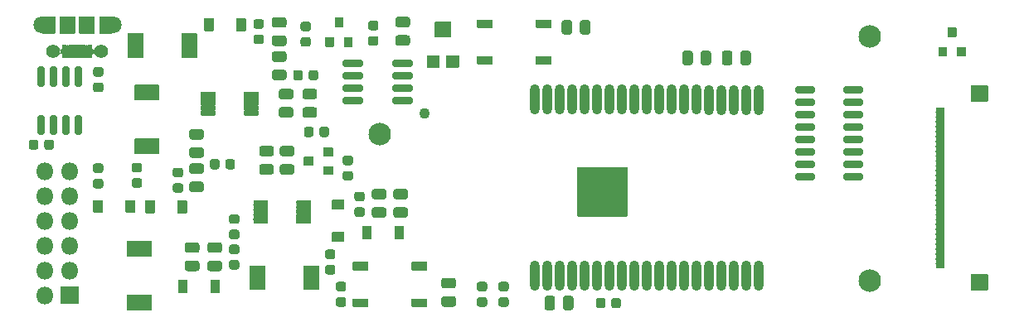
<source format=gbr>
G04 #@! TF.GenerationSoftware,KiCad,Pcbnew,5.1.7*
G04 #@! TF.CreationDate,2020-10-28T19:58:48+01:00*
G04 #@! TF.ProjectId,epaper-breakout,65706170-6572-42d6-9272-65616b6f7574,rev?*
G04 #@! TF.SameCoordinates,Original*
G04 #@! TF.FileFunction,Soldermask,Top*
G04 #@! TF.FilePolarity,Negative*
%FSLAX46Y46*%
G04 Gerber Fmt 4.6, Leading zero omitted, Abs format (unit mm)*
G04 Created by KiCad (PCBNEW 5.1.7) date 2020-10-28 19:58:48*
%MOMM*%
%LPD*%
G01*
G04 APERTURE LIST*
%ADD10O,1.802000X1.802000*%
%ADD11C,1.102000*%
%ADD12C,1.392000*%
%ADD13C,1.802000*%
%ADD14C,2.302000*%
%ADD15C,0.902000*%
%ADD16O,1.002000X3.102000*%
%ADD17C,0.100000*%
G04 APERTURE END LIST*
D10*
X27160000Y-36000000D03*
X29700000Y-36000000D03*
X27160000Y-38540000D03*
X29700000Y-38540000D03*
X27160000Y-41080000D03*
X29700000Y-41080000D03*
X27160000Y-43620000D03*
X29700000Y-43620000D03*
X27160000Y-46160000D03*
X29700000Y-46160000D03*
X27160000Y-48700000D03*
G36*
G01*
X30601000Y-47850000D02*
X30601000Y-49550000D01*
G75*
G02*
X30550000Y-49601000I-51000J0D01*
G01*
X28850000Y-49601000D01*
G75*
G02*
X28799000Y-49550000I0J51000D01*
G01*
X28799000Y-47850000D01*
G75*
G02*
X28850000Y-47799000I51000J0D01*
G01*
X30550000Y-47799000D01*
G75*
G02*
X30601000Y-47850000I0J-51000D01*
G01*
G37*
G36*
G01*
X64181750Y-21301000D02*
X63218250Y-21301000D01*
G75*
G02*
X62949000Y-21031750I0J269250D01*
G01*
X62949000Y-20493250D01*
G75*
G02*
X63218250Y-20224000I269250J0D01*
G01*
X64181750Y-20224000D01*
G75*
G02*
X64451000Y-20493250I0J-269250D01*
G01*
X64451000Y-21031750D01*
G75*
G02*
X64181750Y-21301000I-269250J0D01*
G01*
G37*
G36*
G01*
X64181750Y-23176000D02*
X63218250Y-23176000D01*
G75*
G02*
X62949000Y-22906750I0J269250D01*
G01*
X62949000Y-22368250D01*
G75*
G02*
X63218250Y-22099000I269250J0D01*
G01*
X64181750Y-22099000D01*
G75*
G02*
X64451000Y-22368250I0J-269250D01*
G01*
X64451000Y-22906750D01*
G75*
G02*
X64181750Y-23176000I-269250J0D01*
G01*
G37*
D11*
X65900000Y-30100000D03*
G36*
G01*
X30264000Y-20215000D02*
X30264000Y-21915000D01*
G75*
G02*
X30213000Y-21966000I-51000J0D01*
G01*
X28713000Y-21966000D01*
G75*
G02*
X28662000Y-21915000I0J51000D01*
G01*
X28662000Y-20215000D01*
G75*
G02*
X28713000Y-20164000I51000J0D01*
G01*
X30213000Y-20164000D01*
G75*
G02*
X30264000Y-20215000I0J-51000D01*
G01*
G37*
D12*
X32888000Y-23765000D03*
G36*
G01*
X31364000Y-23140000D02*
X31364000Y-24390000D01*
G75*
G02*
X31313000Y-24441000I-51000J0D01*
G01*
X30913000Y-24441000D01*
G75*
G02*
X30862000Y-24390000I0J51000D01*
G01*
X30862000Y-23140000D01*
G75*
G02*
X30913000Y-23089000I51000J0D01*
G01*
X31313000Y-23089000D01*
G75*
G02*
X31364000Y-23140000I0J-51000D01*
G01*
G37*
G36*
G01*
X32014000Y-23140000D02*
X32014000Y-24390000D01*
G75*
G02*
X31963000Y-24441000I-51000J0D01*
G01*
X31563000Y-24441000D01*
G75*
G02*
X31512000Y-24390000I0J51000D01*
G01*
X31512000Y-23140000D01*
G75*
G02*
X31563000Y-23089000I51000J0D01*
G01*
X31963000Y-23089000D01*
G75*
G02*
X32014000Y-23140000I0J-51000D01*
G01*
G37*
G36*
G01*
X29414000Y-23140000D02*
X29414000Y-24390000D01*
G75*
G02*
X29363000Y-24441000I-51000J0D01*
G01*
X28963000Y-24441000D01*
G75*
G02*
X28912000Y-24390000I0J51000D01*
G01*
X28912000Y-23140000D01*
G75*
G02*
X28963000Y-23089000I51000J0D01*
G01*
X29363000Y-23089000D01*
G75*
G02*
X29414000Y-23140000I0J-51000D01*
G01*
G37*
G36*
G01*
X30064000Y-23140000D02*
X30064000Y-24390000D01*
G75*
G02*
X30013000Y-24441000I-51000J0D01*
G01*
X29613000Y-24441000D01*
G75*
G02*
X29562000Y-24390000I0J51000D01*
G01*
X29562000Y-23140000D01*
G75*
G02*
X29613000Y-23089000I51000J0D01*
G01*
X30013000Y-23089000D01*
G75*
G02*
X30064000Y-23140000I0J-51000D01*
G01*
G37*
G36*
G01*
X30714000Y-23140000D02*
X30714000Y-24390000D01*
G75*
G02*
X30663000Y-24441000I-51000J0D01*
G01*
X30263000Y-24441000D01*
G75*
G02*
X30212000Y-24390000I0J51000D01*
G01*
X30212000Y-23140000D01*
G75*
G02*
X30263000Y-23089000I51000J0D01*
G01*
X30663000Y-23089000D01*
G75*
G02*
X30714000Y-23140000I0J-51000D01*
G01*
G37*
X28038000Y-23765000D03*
G36*
G01*
X32264000Y-20215000D02*
X32264000Y-21915000D01*
G75*
G02*
X32213000Y-21966000I-51000J0D01*
G01*
X30713000Y-21966000D01*
G75*
G02*
X30662000Y-21915000I0J51000D01*
G01*
X30662000Y-20215000D01*
G75*
G02*
X30713000Y-20164000I51000J0D01*
G01*
X32213000Y-20164000D01*
G75*
G02*
X32264000Y-20215000I0J-51000D01*
G01*
G37*
D13*
X34063000Y-21065000D03*
X26863000Y-21065000D03*
G36*
G01*
X28214000Y-20214999D02*
X28214000Y-21915001D01*
G75*
G02*
X28163001Y-21966000I-50999J0D01*
G01*
X26962999Y-21966000D01*
G75*
G02*
X26912000Y-21915001I0J50999D01*
G01*
X26912000Y-20214999D01*
G75*
G02*
X26962999Y-20164000I50999J0D01*
G01*
X28163001Y-20164000D01*
G75*
G02*
X28214000Y-20214999I0J-50999D01*
G01*
G37*
G36*
G01*
X34014000Y-20214999D02*
X34014000Y-21915001D01*
G75*
G02*
X33963001Y-21966000I-50999J0D01*
G01*
X32762999Y-21966000D01*
G75*
G02*
X32712000Y-21915001I0J50999D01*
G01*
X32712000Y-20214999D01*
G75*
G02*
X32762999Y-20164000I50999J0D01*
G01*
X33963001Y-20164000D01*
G75*
G02*
X34014000Y-20214999I0J-50999D01*
G01*
G37*
G36*
G01*
X52849000Y-39350000D02*
X52849000Y-39050000D01*
G75*
G02*
X52900000Y-38999000I51000J0D01*
G01*
X54300000Y-38999000D01*
G75*
G02*
X54351000Y-39050000I0J-51000D01*
G01*
X54351000Y-39350000D01*
G75*
G02*
X54300000Y-39401000I-51000J0D01*
G01*
X52900000Y-39401000D01*
G75*
G02*
X52849000Y-39350000I0J51000D01*
G01*
G37*
G36*
G01*
X52849000Y-39850000D02*
X52849000Y-39550000D01*
G75*
G02*
X52900000Y-39499000I51000J0D01*
G01*
X54300000Y-39499000D01*
G75*
G02*
X54351000Y-39550000I0J-51000D01*
G01*
X54351000Y-39850000D01*
G75*
G02*
X54300000Y-39901000I-51000J0D01*
G01*
X52900000Y-39901000D01*
G75*
G02*
X52849000Y-39850000I0J51000D01*
G01*
G37*
G36*
G01*
X52849000Y-40350000D02*
X52849000Y-40050000D01*
G75*
G02*
X52900000Y-39999000I51000J0D01*
G01*
X54300000Y-39999000D01*
G75*
G02*
X54351000Y-40050000I0J-51000D01*
G01*
X54351000Y-40350000D01*
G75*
G02*
X54300000Y-40401000I-51000J0D01*
G01*
X52900000Y-40401000D01*
G75*
G02*
X52849000Y-40350000I0J51000D01*
G01*
G37*
G36*
G01*
X52849000Y-40850000D02*
X52849000Y-40550000D01*
G75*
G02*
X52900000Y-40499000I51000J0D01*
G01*
X54300000Y-40499000D01*
G75*
G02*
X54351000Y-40550000I0J-51000D01*
G01*
X54351000Y-40850000D01*
G75*
G02*
X54300000Y-40901000I-51000J0D01*
G01*
X52900000Y-40901000D01*
G75*
G02*
X52849000Y-40850000I0J51000D01*
G01*
G37*
G36*
G01*
X52849000Y-41350000D02*
X52849000Y-41050000D01*
G75*
G02*
X52900000Y-40999000I51000J0D01*
G01*
X54300000Y-40999000D01*
G75*
G02*
X54351000Y-41050000I0J-51000D01*
G01*
X54351000Y-41350000D01*
G75*
G02*
X54300000Y-41401000I-51000J0D01*
G01*
X52900000Y-41401000D01*
G75*
G02*
X52849000Y-41350000I0J51000D01*
G01*
G37*
G36*
G01*
X48449000Y-41350000D02*
X48449000Y-41050000D01*
G75*
G02*
X48500000Y-40999000I51000J0D01*
G01*
X49900000Y-40999000D01*
G75*
G02*
X49951000Y-41050000I0J-51000D01*
G01*
X49951000Y-41350000D01*
G75*
G02*
X49900000Y-41401000I-51000J0D01*
G01*
X48500000Y-41401000D01*
G75*
G02*
X48449000Y-41350000I0J51000D01*
G01*
G37*
G36*
G01*
X48449000Y-40850000D02*
X48449000Y-40550000D01*
G75*
G02*
X48500000Y-40499000I51000J0D01*
G01*
X49900000Y-40499000D01*
G75*
G02*
X49951000Y-40550000I0J-51000D01*
G01*
X49951000Y-40850000D01*
G75*
G02*
X49900000Y-40901000I-51000J0D01*
G01*
X48500000Y-40901000D01*
G75*
G02*
X48449000Y-40850000I0J51000D01*
G01*
G37*
G36*
G01*
X48449000Y-40350000D02*
X48449000Y-40050000D01*
G75*
G02*
X48500000Y-39999000I51000J0D01*
G01*
X49900000Y-39999000D01*
G75*
G02*
X49951000Y-40050000I0J-51000D01*
G01*
X49951000Y-40350000D01*
G75*
G02*
X49900000Y-40401000I-51000J0D01*
G01*
X48500000Y-40401000D01*
G75*
G02*
X48449000Y-40350000I0J51000D01*
G01*
G37*
G36*
G01*
X48449000Y-39850000D02*
X48449000Y-39550000D01*
G75*
G02*
X48500000Y-39499000I51000J0D01*
G01*
X49900000Y-39499000D01*
G75*
G02*
X49951000Y-39550000I0J-51000D01*
G01*
X49951000Y-39850000D01*
G75*
G02*
X49900000Y-39901000I-51000J0D01*
G01*
X48500000Y-39901000D01*
G75*
G02*
X48449000Y-39850000I0J51000D01*
G01*
G37*
G36*
G01*
X48449000Y-39350000D02*
X48449000Y-39050000D01*
G75*
G02*
X48500000Y-38999000I51000J0D01*
G01*
X49900000Y-38999000D01*
G75*
G02*
X49951000Y-39050000I0J-51000D01*
G01*
X49951000Y-39350000D01*
G75*
G02*
X49900000Y-39401000I-51000J0D01*
G01*
X48500000Y-39401000D01*
G75*
G02*
X48449000Y-39350000I0J51000D01*
G01*
G37*
G36*
G01*
X57600000Y-21301000D02*
X56800000Y-21301000D01*
G75*
G02*
X56749000Y-21250000I0J51000D01*
G01*
X56749000Y-20350000D01*
G75*
G02*
X56800000Y-20299000I51000J0D01*
G01*
X57600000Y-20299000D01*
G75*
G02*
X57651000Y-20350000I0J-51000D01*
G01*
X57651000Y-21250000D01*
G75*
G02*
X57600000Y-21301000I-51000J0D01*
G01*
G37*
G36*
G01*
X58550000Y-23301000D02*
X57750000Y-23301000D01*
G75*
G02*
X57699000Y-23250000I0J51000D01*
G01*
X57699000Y-22350000D01*
G75*
G02*
X57750000Y-22299000I51000J0D01*
G01*
X58550000Y-22299000D01*
G75*
G02*
X58601000Y-22350000I0J-51000D01*
G01*
X58601000Y-23250000D01*
G75*
G02*
X58550000Y-23301000I-51000J0D01*
G01*
G37*
G36*
G01*
X56650000Y-23301000D02*
X55850000Y-23301000D01*
G75*
G02*
X55799000Y-23250000I0J51000D01*
G01*
X55799000Y-22350000D01*
G75*
G02*
X55850000Y-22299000I51000J0D01*
G01*
X56650000Y-22299000D01*
G75*
G02*
X56701000Y-22350000I0J-51000D01*
G01*
X56701000Y-23250000D01*
G75*
G02*
X56650000Y-23301000I-51000J0D01*
G01*
G37*
G36*
G01*
X63981750Y-38901000D02*
X63018250Y-38901000D01*
G75*
G02*
X62749000Y-38631750I0J269250D01*
G01*
X62749000Y-38093250D01*
G75*
G02*
X63018250Y-37824000I269250J0D01*
G01*
X63981750Y-37824000D01*
G75*
G02*
X64251000Y-38093250I0J-269250D01*
G01*
X64251000Y-38631750D01*
G75*
G02*
X63981750Y-38901000I-269250J0D01*
G01*
G37*
G36*
G01*
X63981750Y-40776000D02*
X63018250Y-40776000D01*
G75*
G02*
X62749000Y-40506750I0J269250D01*
G01*
X62749000Y-39968250D01*
G75*
G02*
X63018250Y-39699000I269250J0D01*
G01*
X63981750Y-39699000D01*
G75*
G02*
X64251000Y-39968250I0J-269250D01*
G01*
X64251000Y-40506750D01*
G75*
G02*
X63981750Y-40776000I-269250J0D01*
G01*
G37*
G36*
G01*
X60818250Y-39699000D02*
X61781750Y-39699000D01*
G75*
G02*
X62051000Y-39968250I0J-269250D01*
G01*
X62051000Y-40506750D01*
G75*
G02*
X61781750Y-40776000I-269250J0D01*
G01*
X60818250Y-40776000D01*
G75*
G02*
X60549000Y-40506750I0J269250D01*
G01*
X60549000Y-39968250D01*
G75*
G02*
X60818250Y-39699000I269250J0D01*
G01*
G37*
G36*
G01*
X60818250Y-37824000D02*
X61781750Y-37824000D01*
G75*
G02*
X62051000Y-38093250I0J-269250D01*
G01*
X62051000Y-38631750D01*
G75*
G02*
X61781750Y-38901000I-269250J0D01*
G01*
X60818250Y-38901000D01*
G75*
G02*
X60549000Y-38631750I0J269250D01*
G01*
X60549000Y-38093250D01*
G75*
G02*
X60818250Y-37824000I269250J0D01*
G01*
G37*
G36*
G01*
X44018250Y-45161500D02*
X44981750Y-45161500D01*
G75*
G02*
X45251000Y-45430750I0J-269250D01*
G01*
X45251000Y-45969250D01*
G75*
G02*
X44981750Y-46238500I-269250J0D01*
G01*
X44018250Y-46238500D01*
G75*
G02*
X43749000Y-45969250I0J269250D01*
G01*
X43749000Y-45430750D01*
G75*
G02*
X44018250Y-45161500I269250J0D01*
G01*
G37*
G36*
G01*
X44018250Y-43286500D02*
X44981750Y-43286500D01*
G75*
G02*
X45251000Y-43555750I0J-269250D01*
G01*
X45251000Y-44094250D01*
G75*
G02*
X44981750Y-44363500I-269250J0D01*
G01*
X44018250Y-44363500D01*
G75*
G02*
X43749000Y-44094250I0J269250D01*
G01*
X43749000Y-43555750D01*
G75*
G02*
X44018250Y-43286500I269250J0D01*
G01*
G37*
G36*
G01*
X42681750Y-44363500D02*
X41718250Y-44363500D01*
G75*
G02*
X41449000Y-44094250I0J269250D01*
G01*
X41449000Y-43555750D01*
G75*
G02*
X41718250Y-43286500I269250J0D01*
G01*
X42681750Y-43286500D01*
G75*
G02*
X42951000Y-43555750I0J-269250D01*
G01*
X42951000Y-44094250D01*
G75*
G02*
X42681750Y-44363500I-269250J0D01*
G01*
G37*
G36*
G01*
X42681750Y-46238500D02*
X41718250Y-46238500D01*
G75*
G02*
X41449000Y-45969250I0J269250D01*
G01*
X41449000Y-45430750D01*
G75*
G02*
X41718250Y-45161500I269250J0D01*
G01*
X42681750Y-45161500D01*
G75*
G02*
X42951000Y-45430750I0J-269250D01*
G01*
X42951000Y-45969250D01*
G75*
G02*
X42681750Y-46238500I-269250J0D01*
G01*
G37*
G36*
G01*
X50281750Y-34501000D02*
X49318250Y-34501000D01*
G75*
G02*
X49049000Y-34231750I0J269250D01*
G01*
X49049000Y-33693250D01*
G75*
G02*
X49318250Y-33424000I269250J0D01*
G01*
X50281750Y-33424000D01*
G75*
G02*
X50551000Y-33693250I0J-269250D01*
G01*
X50551000Y-34231750D01*
G75*
G02*
X50281750Y-34501000I-269250J0D01*
G01*
G37*
G36*
G01*
X50281750Y-36376000D02*
X49318250Y-36376000D01*
G75*
G02*
X49049000Y-36106750I0J269250D01*
G01*
X49049000Y-35568250D01*
G75*
G02*
X49318250Y-35299000I269250J0D01*
G01*
X50281750Y-35299000D01*
G75*
G02*
X50551000Y-35568250I0J-269250D01*
G01*
X50551000Y-36106750D01*
G75*
G02*
X50281750Y-36376000I-269250J0D01*
G01*
G37*
G36*
G01*
X52381750Y-34501000D02*
X51418250Y-34501000D01*
G75*
G02*
X51149000Y-34231750I0J269250D01*
G01*
X51149000Y-33693250D01*
G75*
G02*
X51418250Y-33424000I269250J0D01*
G01*
X52381750Y-33424000D01*
G75*
G02*
X52651000Y-33693250I0J-269250D01*
G01*
X52651000Y-34231750D01*
G75*
G02*
X52381750Y-34501000I-269250J0D01*
G01*
G37*
G36*
G01*
X52381750Y-36376000D02*
X51418250Y-36376000D01*
G75*
G02*
X51149000Y-36106750I0J269250D01*
G01*
X51149000Y-35568250D01*
G75*
G02*
X51418250Y-35299000I269250J0D01*
G01*
X52381750Y-35299000D01*
G75*
G02*
X52651000Y-35568250I0J-269250D01*
G01*
X52651000Y-36106750D01*
G75*
G02*
X52381750Y-36376000I-269250J0D01*
G01*
G37*
G36*
G01*
X54601000Y-34600000D02*
X54601000Y-35400000D01*
G75*
G02*
X54550000Y-35451000I-51000J0D01*
G01*
X53650000Y-35451000D01*
G75*
G02*
X53599000Y-35400000I0J51000D01*
G01*
X53599000Y-34600000D01*
G75*
G02*
X53650000Y-34549000I51000J0D01*
G01*
X54550000Y-34549000D01*
G75*
G02*
X54601000Y-34600000I0J-51000D01*
G01*
G37*
G36*
G01*
X56601000Y-33650000D02*
X56601000Y-34450000D01*
G75*
G02*
X56550000Y-34501000I-51000J0D01*
G01*
X55650000Y-34501000D01*
G75*
G02*
X55599000Y-34450000I0J51000D01*
G01*
X55599000Y-33650000D01*
G75*
G02*
X55650000Y-33599000I51000J0D01*
G01*
X56550000Y-33599000D01*
G75*
G02*
X56601000Y-33650000I0J-51000D01*
G01*
G37*
G36*
G01*
X56601000Y-35550000D02*
X56601000Y-36350000D01*
G75*
G02*
X56550000Y-36401000I-51000J0D01*
G01*
X55650000Y-36401000D01*
G75*
G02*
X55599000Y-36350000I0J51000D01*
G01*
X55599000Y-35550000D01*
G75*
G02*
X55650000Y-35499000I51000J0D01*
G01*
X56550000Y-35499000D01*
G75*
G02*
X56601000Y-35550000I0J-51000D01*
G01*
G37*
G36*
G01*
X35600000Y-48649000D02*
X38000000Y-48649000D01*
G75*
G02*
X38051000Y-48700000I0J-51000D01*
G01*
X38051000Y-50200000D01*
G75*
G02*
X38000000Y-50251000I-51000J0D01*
G01*
X35600000Y-50251000D01*
G75*
G02*
X35549000Y-50200000I0J51000D01*
G01*
X35549000Y-48700000D01*
G75*
G02*
X35600000Y-48649000I51000J0D01*
G01*
G37*
G36*
G01*
X35600000Y-43149000D02*
X38000000Y-43149000D01*
G75*
G02*
X38051000Y-43200000I0J-51000D01*
G01*
X38051000Y-44700000D01*
G75*
G02*
X38000000Y-44751000I-51000J0D01*
G01*
X35600000Y-44751000D01*
G75*
G02*
X35549000Y-44700000I0J51000D01*
G01*
X35549000Y-43200000D01*
G75*
G02*
X35600000Y-43149000I51000J0D01*
G01*
G37*
G36*
G01*
X49651000Y-45700000D02*
X49651000Y-48100000D01*
G75*
G02*
X49600000Y-48151000I-51000J0D01*
G01*
X48100000Y-48151000D01*
G75*
G02*
X48049000Y-48100000I0J51000D01*
G01*
X48049000Y-45700000D01*
G75*
G02*
X48100000Y-45649000I51000J0D01*
G01*
X49600000Y-45649000D01*
G75*
G02*
X49651000Y-45700000I0J-51000D01*
G01*
G37*
G36*
G01*
X55151000Y-45700000D02*
X55151000Y-48100000D01*
G75*
G02*
X55100000Y-48151000I-51000J0D01*
G01*
X53600000Y-48151000D01*
G75*
G02*
X53549000Y-48100000I0J51000D01*
G01*
X53549000Y-45700000D01*
G75*
G02*
X53600000Y-45649000I51000J0D01*
G01*
X55100000Y-45649000D01*
G75*
G02*
X55151000Y-45700000I0J-51000D01*
G01*
G37*
G36*
G01*
X57700000Y-39951000D02*
X56500000Y-39951000D01*
G75*
G02*
X56449000Y-39900000I0J51000D01*
G01*
X56449000Y-39000000D01*
G75*
G02*
X56500000Y-38949000I51000J0D01*
G01*
X57700000Y-38949000D01*
G75*
G02*
X57751000Y-39000000I0J-51000D01*
G01*
X57751000Y-39900000D01*
G75*
G02*
X57700000Y-39951000I-51000J0D01*
G01*
G37*
G36*
G01*
X57700000Y-43251000D02*
X56500000Y-43251000D01*
G75*
G02*
X56449000Y-43200000I0J51000D01*
G01*
X56449000Y-42300000D01*
G75*
G02*
X56500000Y-42249000I51000J0D01*
G01*
X57700000Y-42249000D01*
G75*
G02*
X57751000Y-42300000I0J-51000D01*
G01*
X57751000Y-43200000D01*
G75*
G02*
X57700000Y-43251000I-51000J0D01*
G01*
G37*
G36*
G01*
X60551000Y-41700000D02*
X60551000Y-42900000D01*
G75*
G02*
X60500000Y-42951000I-51000J0D01*
G01*
X59600000Y-42951000D01*
G75*
G02*
X59549000Y-42900000I0J51000D01*
G01*
X59549000Y-41700000D01*
G75*
G02*
X59600000Y-41649000I51000J0D01*
G01*
X60500000Y-41649000D01*
G75*
G02*
X60551000Y-41700000I0J-51000D01*
G01*
G37*
G36*
G01*
X63851000Y-41700000D02*
X63851000Y-42900000D01*
G75*
G02*
X63800000Y-42951000I-51000J0D01*
G01*
X62900000Y-42951000D01*
G75*
G02*
X62849000Y-42900000I0J51000D01*
G01*
X62849000Y-41700000D01*
G75*
G02*
X62900000Y-41649000I51000J0D01*
G01*
X63800000Y-41649000D01*
G75*
G02*
X63851000Y-41700000I0J-51000D01*
G01*
G37*
G36*
G01*
X41751000Y-47200000D02*
X41751000Y-48400000D01*
G75*
G02*
X41700000Y-48451000I-51000J0D01*
G01*
X40800000Y-48451000D01*
G75*
G02*
X40749000Y-48400000I0J51000D01*
G01*
X40749000Y-47200000D01*
G75*
G02*
X40800000Y-47149000I51000J0D01*
G01*
X41700000Y-47149000D01*
G75*
G02*
X41751000Y-47200000I0J-51000D01*
G01*
G37*
G36*
G01*
X45051000Y-47200000D02*
X45051000Y-48400000D01*
G75*
G02*
X45000000Y-48451000I-51000J0D01*
G01*
X44100000Y-48451000D01*
G75*
G02*
X44049000Y-48400000I0J51000D01*
G01*
X44049000Y-47200000D01*
G75*
G02*
X44100000Y-47149000I51000J0D01*
G01*
X45000000Y-47149000D01*
G75*
G02*
X45051000Y-47200000I0J-51000D01*
G01*
G37*
G36*
G01*
X57818250Y-35999000D02*
X58381750Y-35999000D01*
G75*
G02*
X58626000Y-36243250I0J-244250D01*
G01*
X58626000Y-36731750D01*
G75*
G02*
X58381750Y-36976000I-244250J0D01*
G01*
X57818250Y-36976000D01*
G75*
G02*
X57574000Y-36731750I0J244250D01*
G01*
X57574000Y-36243250D01*
G75*
G02*
X57818250Y-35999000I244250J0D01*
G01*
G37*
G36*
G01*
X57818250Y-34424000D02*
X58381750Y-34424000D01*
G75*
G02*
X58626000Y-34668250I0J-244250D01*
G01*
X58626000Y-35156750D01*
G75*
G02*
X58381750Y-35401000I-244250J0D01*
G01*
X57818250Y-35401000D01*
G75*
G02*
X57574000Y-35156750I0J244250D01*
G01*
X57574000Y-34668250D01*
G75*
G02*
X57818250Y-34424000I244250J0D01*
G01*
G37*
G36*
G01*
X46781750Y-44501000D02*
X46218250Y-44501000D01*
G75*
G02*
X45974000Y-44256750I0J244250D01*
G01*
X45974000Y-43768250D01*
G75*
G02*
X46218250Y-43524000I244250J0D01*
G01*
X46781750Y-43524000D01*
G75*
G02*
X47026000Y-43768250I0J-244250D01*
G01*
X47026000Y-44256750D01*
G75*
G02*
X46781750Y-44501000I-244250J0D01*
G01*
G37*
G36*
G01*
X46781750Y-46076000D02*
X46218250Y-46076000D01*
G75*
G02*
X45974000Y-45831750I0J244250D01*
G01*
X45974000Y-45343250D01*
G75*
G02*
X46218250Y-45099000I244250J0D01*
G01*
X46781750Y-45099000D01*
G75*
G02*
X47026000Y-45343250I0J-244250D01*
G01*
X47026000Y-45831750D01*
G75*
G02*
X46781750Y-46076000I-244250J0D01*
G01*
G37*
G36*
G01*
X59581750Y-39101000D02*
X59018250Y-39101000D01*
G75*
G02*
X58774000Y-38856750I0J244250D01*
G01*
X58774000Y-38368250D01*
G75*
G02*
X59018250Y-38124000I244250J0D01*
G01*
X59581750Y-38124000D01*
G75*
G02*
X59826000Y-38368250I0J-244250D01*
G01*
X59826000Y-38856750D01*
G75*
G02*
X59581750Y-39101000I-244250J0D01*
G01*
G37*
G36*
G01*
X59581750Y-40676000D02*
X59018250Y-40676000D01*
G75*
G02*
X58774000Y-40431750I0J244250D01*
G01*
X58774000Y-39943250D01*
G75*
G02*
X59018250Y-39699000I244250J0D01*
G01*
X59581750Y-39699000D01*
G75*
G02*
X59826000Y-39943250I0J-244250D01*
G01*
X59826000Y-40431750D01*
G75*
G02*
X59581750Y-40676000I-244250J0D01*
G01*
G37*
G36*
G01*
X46218250Y-41999000D02*
X46781750Y-41999000D01*
G75*
G02*
X47026000Y-42243250I0J-244250D01*
G01*
X47026000Y-42731750D01*
G75*
G02*
X46781750Y-42976000I-244250J0D01*
G01*
X46218250Y-42976000D01*
G75*
G02*
X45974000Y-42731750I0J244250D01*
G01*
X45974000Y-42243250D01*
G75*
G02*
X46218250Y-41999000I244250J0D01*
G01*
G37*
G36*
G01*
X46218250Y-40424000D02*
X46781750Y-40424000D01*
G75*
G02*
X47026000Y-40668250I0J-244250D01*
G01*
X47026000Y-41156750D01*
G75*
G02*
X46781750Y-41401000I-244250J0D01*
G01*
X46218250Y-41401000D01*
G75*
G02*
X45974000Y-41156750I0J244250D01*
G01*
X45974000Y-40668250D01*
G75*
G02*
X46218250Y-40424000I244250J0D01*
G01*
G37*
G36*
G01*
X56018250Y-45599000D02*
X56581750Y-45599000D01*
G75*
G02*
X56826000Y-45843250I0J-244250D01*
G01*
X56826000Y-46331750D01*
G75*
G02*
X56581750Y-46576000I-244250J0D01*
G01*
X56018250Y-46576000D01*
G75*
G02*
X55774000Y-46331750I0J244250D01*
G01*
X55774000Y-45843250D01*
G75*
G02*
X56018250Y-45599000I244250J0D01*
G01*
G37*
G36*
G01*
X56018250Y-44024000D02*
X56581750Y-44024000D01*
G75*
G02*
X56826000Y-44268250I0J-244250D01*
G01*
X56826000Y-44756750D01*
G75*
G02*
X56581750Y-45001000I-244250J0D01*
G01*
X56018250Y-45001000D01*
G75*
G02*
X55774000Y-44756750I0J244250D01*
G01*
X55774000Y-44268250D01*
G75*
G02*
X56018250Y-44024000I244250J0D01*
G01*
G37*
G36*
G01*
X55199000Y-32281750D02*
X55199000Y-31718250D01*
G75*
G02*
X55443250Y-31474000I244250J0D01*
G01*
X55931750Y-31474000D01*
G75*
G02*
X56176000Y-31718250I0J-244250D01*
G01*
X56176000Y-32281750D01*
G75*
G02*
X55931750Y-32526000I-244250J0D01*
G01*
X55443250Y-32526000D01*
G75*
G02*
X55199000Y-32281750I0J244250D01*
G01*
G37*
G36*
G01*
X53624000Y-32281750D02*
X53624000Y-31718250D01*
G75*
G02*
X53868250Y-31474000I244250J0D01*
G01*
X54356750Y-31474000D01*
G75*
G02*
X54601000Y-31718250I0J-244250D01*
G01*
X54601000Y-32281750D01*
G75*
G02*
X54356750Y-32526000I-244250J0D01*
G01*
X53868250Y-32526000D01*
G75*
G02*
X53624000Y-32281750I0J244250D01*
G01*
G37*
D14*
X111400000Y-47200000D03*
X61400000Y-32200000D03*
X111400000Y-22200000D03*
G36*
G01*
X118130900Y-45854400D02*
X118130900Y-45600398D01*
G75*
G02*
X118181899Y-45549399I50999J0D01*
G01*
X118994701Y-45549399D01*
G75*
G02*
X119045700Y-45600398I0J-50999D01*
G01*
X119045700Y-45854400D01*
G75*
G02*
X118994701Y-45905399I-50999J0D01*
G01*
X118181899Y-45905399D01*
G75*
G02*
X118130900Y-45854400I0J50999D01*
G01*
G37*
G36*
G01*
X118130900Y-45354401D02*
X118130900Y-45100399D01*
G75*
G02*
X118181899Y-45049400I50999J0D01*
G01*
X118994701Y-45049400D01*
G75*
G02*
X119045700Y-45100399I0J-50999D01*
G01*
X119045700Y-45354401D01*
G75*
G02*
X118994701Y-45405400I-50999J0D01*
G01*
X118181899Y-45405400D01*
G75*
G02*
X118130900Y-45354401I0J50999D01*
G01*
G37*
G36*
G01*
X118130900Y-44854400D02*
X118130900Y-44600398D01*
G75*
G02*
X118181899Y-44549399I50999J0D01*
G01*
X118994701Y-44549399D01*
G75*
G02*
X119045700Y-44600398I0J-50999D01*
G01*
X119045700Y-44854400D01*
G75*
G02*
X118994701Y-44905399I-50999J0D01*
G01*
X118181899Y-44905399D01*
G75*
G02*
X118130900Y-44854400I0J50999D01*
G01*
G37*
G36*
G01*
X118130900Y-44354401D02*
X118130900Y-44100399D01*
G75*
G02*
X118181899Y-44049400I50999J0D01*
G01*
X118994701Y-44049400D01*
G75*
G02*
X119045700Y-44100399I0J-50999D01*
G01*
X119045700Y-44354401D01*
G75*
G02*
X118994701Y-44405400I-50999J0D01*
G01*
X118181899Y-44405400D01*
G75*
G02*
X118130900Y-44354401I0J50999D01*
G01*
G37*
G36*
G01*
X118130900Y-43854399D02*
X118130900Y-43600397D01*
G75*
G02*
X118181899Y-43549398I50999J0D01*
G01*
X118994701Y-43549398D01*
G75*
G02*
X119045700Y-43600397I0J-50999D01*
G01*
X119045700Y-43854399D01*
G75*
G02*
X118994701Y-43905398I-50999J0D01*
G01*
X118181899Y-43905398D01*
G75*
G02*
X118130900Y-43854399I0J50999D01*
G01*
G37*
G36*
G01*
X118130900Y-43354400D02*
X118130900Y-43100398D01*
G75*
G02*
X118181899Y-43049399I50999J0D01*
G01*
X118994701Y-43049399D01*
G75*
G02*
X119045700Y-43100398I0J-50999D01*
G01*
X119045700Y-43354400D01*
G75*
G02*
X118994701Y-43405399I-50999J0D01*
G01*
X118181899Y-43405399D01*
G75*
G02*
X118130900Y-43354400I0J50999D01*
G01*
G37*
G36*
G01*
X118130900Y-42854401D02*
X118130900Y-42600399D01*
G75*
G02*
X118181899Y-42549400I50999J0D01*
G01*
X118994701Y-42549400D01*
G75*
G02*
X119045700Y-42600399I0J-50999D01*
G01*
X119045700Y-42854401D01*
G75*
G02*
X118994701Y-42905400I-50999J0D01*
G01*
X118181899Y-42905400D01*
G75*
G02*
X118130900Y-42854401I0J50999D01*
G01*
G37*
G36*
G01*
X118130900Y-42354400D02*
X118130900Y-42100398D01*
G75*
G02*
X118181899Y-42049399I50999J0D01*
G01*
X118994701Y-42049399D01*
G75*
G02*
X119045700Y-42100398I0J-50999D01*
G01*
X119045700Y-42354400D01*
G75*
G02*
X118994701Y-42405399I-50999J0D01*
G01*
X118181899Y-42405399D01*
G75*
G02*
X118130900Y-42354400I0J50999D01*
G01*
G37*
G36*
G01*
X118130900Y-41854401D02*
X118130900Y-41600399D01*
G75*
G02*
X118181899Y-41549400I50999J0D01*
G01*
X118994701Y-41549400D01*
G75*
G02*
X119045700Y-41600399I0J-50999D01*
G01*
X119045700Y-41854401D01*
G75*
G02*
X118994701Y-41905400I-50999J0D01*
G01*
X118181899Y-41905400D01*
G75*
G02*
X118130900Y-41854401I0J50999D01*
G01*
G37*
G36*
G01*
X118130900Y-41354399D02*
X118130900Y-41100397D01*
G75*
G02*
X118181899Y-41049398I50999J0D01*
G01*
X118994701Y-41049398D01*
G75*
G02*
X119045700Y-41100397I0J-50999D01*
G01*
X119045700Y-41354399D01*
G75*
G02*
X118994701Y-41405398I-50999J0D01*
G01*
X118181899Y-41405398D01*
G75*
G02*
X118130900Y-41354399I0J50999D01*
G01*
G37*
G36*
G01*
X118130900Y-40854400D02*
X118130900Y-40600398D01*
G75*
G02*
X118181899Y-40549399I50999J0D01*
G01*
X118994701Y-40549399D01*
G75*
G02*
X119045700Y-40600398I0J-50999D01*
G01*
X119045700Y-40854400D01*
G75*
G02*
X118994701Y-40905399I-50999J0D01*
G01*
X118181899Y-40905399D01*
G75*
G02*
X118130900Y-40854400I0J50999D01*
G01*
G37*
G36*
G01*
X118130900Y-40354401D02*
X118130900Y-40100399D01*
G75*
G02*
X118181899Y-40049400I50999J0D01*
G01*
X118994701Y-40049400D01*
G75*
G02*
X119045700Y-40100399I0J-50999D01*
G01*
X119045700Y-40354401D01*
G75*
G02*
X118994701Y-40405400I-50999J0D01*
G01*
X118181899Y-40405400D01*
G75*
G02*
X118130900Y-40354401I0J50999D01*
G01*
G37*
G36*
G01*
X118130900Y-39854400D02*
X118130900Y-39600398D01*
G75*
G02*
X118181899Y-39549399I50999J0D01*
G01*
X118994701Y-39549399D01*
G75*
G02*
X119045700Y-39600398I0J-50999D01*
G01*
X119045700Y-39854400D01*
G75*
G02*
X118994701Y-39905399I-50999J0D01*
G01*
X118181899Y-39905399D01*
G75*
G02*
X118130900Y-39854400I0J50999D01*
G01*
G37*
G36*
G01*
X118130900Y-39354401D02*
X118130900Y-39100399D01*
G75*
G02*
X118181899Y-39049400I50999J0D01*
G01*
X118994701Y-39049400D01*
G75*
G02*
X119045700Y-39100399I0J-50999D01*
G01*
X119045700Y-39354401D01*
G75*
G02*
X118994701Y-39405400I-50999J0D01*
G01*
X118181899Y-39405400D01*
G75*
G02*
X118130900Y-39354401I0J50999D01*
G01*
G37*
G36*
G01*
X118130900Y-38854399D02*
X118130900Y-38600397D01*
G75*
G02*
X118181899Y-38549398I50999J0D01*
G01*
X118994701Y-38549398D01*
G75*
G02*
X119045700Y-38600397I0J-50999D01*
G01*
X119045700Y-38854399D01*
G75*
G02*
X118994701Y-38905398I-50999J0D01*
G01*
X118181899Y-38905398D01*
G75*
G02*
X118130900Y-38854399I0J50999D01*
G01*
G37*
G36*
G01*
X118130900Y-38354400D02*
X118130900Y-38100398D01*
G75*
G02*
X118181899Y-38049399I50999J0D01*
G01*
X118994701Y-38049399D01*
G75*
G02*
X119045700Y-38100398I0J-50999D01*
G01*
X119045700Y-38354400D01*
G75*
G02*
X118994701Y-38405399I-50999J0D01*
G01*
X118181899Y-38405399D01*
G75*
G02*
X118130900Y-38354400I0J50999D01*
G01*
G37*
G36*
G01*
X118130900Y-37854401D02*
X118130900Y-37600399D01*
G75*
G02*
X118181899Y-37549400I50999J0D01*
G01*
X118994701Y-37549400D01*
G75*
G02*
X119045700Y-37600399I0J-50999D01*
G01*
X119045700Y-37854401D01*
G75*
G02*
X118994701Y-37905400I-50999J0D01*
G01*
X118181899Y-37905400D01*
G75*
G02*
X118130900Y-37854401I0J50999D01*
G01*
G37*
G36*
G01*
X118130900Y-37354399D02*
X118130900Y-37100397D01*
G75*
G02*
X118181899Y-37049398I50999J0D01*
G01*
X118994701Y-37049398D01*
G75*
G02*
X119045700Y-37100397I0J-50999D01*
G01*
X119045700Y-37354399D01*
G75*
G02*
X118994701Y-37405398I-50999J0D01*
G01*
X118181899Y-37405398D01*
G75*
G02*
X118130900Y-37354399I0J50999D01*
G01*
G37*
G36*
G01*
X118130900Y-36854400D02*
X118130900Y-36600398D01*
G75*
G02*
X118181899Y-36549399I50999J0D01*
G01*
X118994701Y-36549399D01*
G75*
G02*
X119045700Y-36600398I0J-50999D01*
G01*
X119045700Y-36854400D01*
G75*
G02*
X118994701Y-36905399I-50999J0D01*
G01*
X118181899Y-36905399D01*
G75*
G02*
X118130900Y-36854400I0J50999D01*
G01*
G37*
G36*
G01*
X118130900Y-36354401D02*
X118130900Y-36100399D01*
G75*
G02*
X118181899Y-36049400I50999J0D01*
G01*
X118994701Y-36049400D01*
G75*
G02*
X119045700Y-36100399I0J-50999D01*
G01*
X119045700Y-36354401D01*
G75*
G02*
X118994701Y-36405400I-50999J0D01*
G01*
X118181899Y-36405400D01*
G75*
G02*
X118130900Y-36354401I0J50999D01*
G01*
G37*
G36*
G01*
X118130900Y-35854400D02*
X118130900Y-35600398D01*
G75*
G02*
X118181899Y-35549399I50999J0D01*
G01*
X118994701Y-35549399D01*
G75*
G02*
X119045700Y-35600398I0J-50999D01*
G01*
X119045700Y-35854400D01*
G75*
G02*
X118994701Y-35905399I-50999J0D01*
G01*
X118181899Y-35905399D01*
G75*
G02*
X118130900Y-35854400I0J50999D01*
G01*
G37*
G36*
G01*
X118130900Y-35354401D02*
X118130900Y-35100399D01*
G75*
G02*
X118181899Y-35049400I50999J0D01*
G01*
X118994701Y-35049400D01*
G75*
G02*
X119045700Y-35100399I0J-50999D01*
G01*
X119045700Y-35354401D01*
G75*
G02*
X118994701Y-35405400I-50999J0D01*
G01*
X118181899Y-35405400D01*
G75*
G02*
X118130900Y-35354401I0J50999D01*
G01*
G37*
G36*
G01*
X118130900Y-34854399D02*
X118130900Y-34600397D01*
G75*
G02*
X118181899Y-34549398I50999J0D01*
G01*
X118994701Y-34549398D01*
G75*
G02*
X119045700Y-34600397I0J-50999D01*
G01*
X119045700Y-34854399D01*
G75*
G02*
X118994701Y-34905398I-50999J0D01*
G01*
X118181899Y-34905398D01*
G75*
G02*
X118130900Y-34854399I0J50999D01*
G01*
G37*
G36*
G01*
X118130900Y-34354400D02*
X118130900Y-34100398D01*
G75*
G02*
X118181899Y-34049399I50999J0D01*
G01*
X118994701Y-34049399D01*
G75*
G02*
X119045700Y-34100398I0J-50999D01*
G01*
X119045700Y-34354400D01*
G75*
G02*
X118994701Y-34405399I-50999J0D01*
G01*
X118181899Y-34405399D01*
G75*
G02*
X118130900Y-34354400I0J50999D01*
G01*
G37*
G36*
G01*
X118130900Y-33854401D02*
X118130900Y-33600399D01*
G75*
G02*
X118181899Y-33549400I50999J0D01*
G01*
X118994701Y-33549400D01*
G75*
G02*
X119045700Y-33600399I0J-50999D01*
G01*
X119045700Y-33854401D01*
G75*
G02*
X118994701Y-33905400I-50999J0D01*
G01*
X118181899Y-33905400D01*
G75*
G02*
X118130900Y-33854401I0J50999D01*
G01*
G37*
G36*
G01*
X118130900Y-33354400D02*
X118130900Y-33100398D01*
G75*
G02*
X118181899Y-33049399I50999J0D01*
G01*
X118994701Y-33049399D01*
G75*
G02*
X119045700Y-33100398I0J-50999D01*
G01*
X119045700Y-33354400D01*
G75*
G02*
X118994701Y-33405399I-50999J0D01*
G01*
X118181899Y-33405399D01*
G75*
G02*
X118130900Y-33354400I0J50999D01*
G01*
G37*
G36*
G01*
X118130900Y-32854401D02*
X118130900Y-32600399D01*
G75*
G02*
X118181899Y-32549400I50999J0D01*
G01*
X118994701Y-32549400D01*
G75*
G02*
X119045700Y-32600399I0J-50999D01*
G01*
X119045700Y-32854401D01*
G75*
G02*
X118994701Y-32905400I-50999J0D01*
G01*
X118181899Y-32905400D01*
G75*
G02*
X118130900Y-32854401I0J50999D01*
G01*
G37*
G36*
G01*
X118130900Y-32354399D02*
X118130900Y-32100397D01*
G75*
G02*
X118181899Y-32049398I50999J0D01*
G01*
X118994701Y-32049398D01*
G75*
G02*
X119045700Y-32100397I0J-50999D01*
G01*
X119045700Y-32354399D01*
G75*
G02*
X118994701Y-32405398I-50999J0D01*
G01*
X118181899Y-32405398D01*
G75*
G02*
X118130900Y-32354399I0J50999D01*
G01*
G37*
G36*
G01*
X118130900Y-31854400D02*
X118130900Y-31600398D01*
G75*
G02*
X118181899Y-31549399I50999J0D01*
G01*
X118994701Y-31549399D01*
G75*
G02*
X119045700Y-31600398I0J-50999D01*
G01*
X119045700Y-31854400D01*
G75*
G02*
X118994701Y-31905399I-50999J0D01*
G01*
X118181899Y-31905399D01*
G75*
G02*
X118130900Y-31854400I0J50999D01*
G01*
G37*
G36*
G01*
X118130900Y-31354401D02*
X118130900Y-31100399D01*
G75*
G02*
X118181899Y-31049400I50999J0D01*
G01*
X118994701Y-31049400D01*
G75*
G02*
X119045700Y-31100399I0J-50999D01*
G01*
X119045700Y-31354401D01*
G75*
G02*
X118994701Y-31405400I-50999J0D01*
G01*
X118181899Y-31405400D01*
G75*
G02*
X118130900Y-31354401I0J50999D01*
G01*
G37*
G36*
G01*
X118130900Y-30854400D02*
X118130900Y-30600398D01*
G75*
G02*
X118181899Y-30549399I50999J0D01*
G01*
X118994701Y-30549399D01*
G75*
G02*
X119045700Y-30600398I0J-50999D01*
G01*
X119045700Y-30854400D01*
G75*
G02*
X118994701Y-30905399I-50999J0D01*
G01*
X118181899Y-30905399D01*
G75*
G02*
X118130900Y-30854400I0J50999D01*
G01*
G37*
G36*
G01*
X118130900Y-30354401D02*
X118130900Y-30100399D01*
G75*
G02*
X118181899Y-30049400I50999J0D01*
G01*
X118994701Y-30049400D01*
G75*
G02*
X119045700Y-30100399I0J-50999D01*
G01*
X119045700Y-30354401D01*
G75*
G02*
X118994701Y-30405400I-50999J0D01*
G01*
X118181899Y-30405400D01*
G75*
G02*
X118130900Y-30354401I0J50999D01*
G01*
G37*
G36*
G01*
X118130900Y-29854399D02*
X118130900Y-29600397D01*
G75*
G02*
X118181899Y-29549398I50999J0D01*
G01*
X118994701Y-29549398D01*
G75*
G02*
X119045700Y-29600397I0J-50999D01*
G01*
X119045700Y-29854399D01*
G75*
G02*
X118994701Y-29905398I-50999J0D01*
G01*
X118181899Y-29905398D01*
G75*
G02*
X118130900Y-29854399I0J50999D01*
G01*
G37*
G36*
G01*
X121750600Y-27262400D02*
X123452400Y-27262400D01*
G75*
G02*
X123503400Y-27313400I0J-51000D01*
G01*
X123503400Y-28837400D01*
G75*
G02*
X123452400Y-28888400I-51000J0D01*
G01*
X121750600Y-28888400D01*
G75*
G02*
X121699600Y-28837400I0J51000D01*
G01*
X121699600Y-27313400D01*
G75*
G02*
X121750600Y-27262400I51000J0D01*
G01*
G37*
G36*
G01*
X121750600Y-46566400D02*
X123452400Y-46566400D01*
G75*
G02*
X123503400Y-46617400I0J-51000D01*
G01*
X123503400Y-48141400D01*
G75*
G02*
X123452400Y-48192400I-51000J0D01*
G01*
X121750600Y-48192400D01*
G75*
G02*
X121699600Y-48141400I0J51000D01*
G01*
X121699600Y-46617400D01*
G75*
G02*
X121750600Y-46566400I51000J0D01*
G01*
G37*
G36*
G01*
X52280750Y-28667000D02*
X51317250Y-28667000D01*
G75*
G02*
X51048000Y-28397750I0J269250D01*
G01*
X51048000Y-27859250D01*
G75*
G02*
X51317250Y-27590000I269250J0D01*
G01*
X52280750Y-27590000D01*
G75*
G02*
X52550000Y-27859250I0J-269250D01*
G01*
X52550000Y-28397750D01*
G75*
G02*
X52280750Y-28667000I-269250J0D01*
G01*
G37*
G36*
G01*
X52280750Y-30542000D02*
X51317250Y-30542000D01*
G75*
G02*
X51048000Y-30272750I0J269250D01*
G01*
X51048000Y-29734250D01*
G75*
G02*
X51317250Y-29465000I269250J0D01*
G01*
X52280750Y-29465000D01*
G75*
G02*
X52550000Y-29734250I0J-269250D01*
G01*
X52550000Y-30272750D01*
G75*
G02*
X52280750Y-30542000I-269250J0D01*
G01*
G37*
D15*
X82079200Y-40127400D03*
G36*
G01*
X86589200Y-40678400D02*
X81589200Y-40678400D01*
G75*
G02*
X81538200Y-40627400I0J51000D01*
G01*
X81538200Y-35627400D01*
G75*
G02*
X81589200Y-35576400I51000J0D01*
G01*
X86589200Y-35576400D01*
G75*
G02*
X86640200Y-35627400I0J-51000D01*
G01*
X86640200Y-40627400D01*
G75*
G02*
X86589200Y-40678400I-51000J0D01*
G01*
G37*
D16*
X77169200Y-46727400D03*
X78439200Y-46727400D03*
X79709200Y-46727400D03*
X80979200Y-46727400D03*
X82249200Y-46727400D03*
X83519200Y-46727400D03*
X84789200Y-46727400D03*
X86059200Y-46727400D03*
X87329200Y-46727400D03*
X88599200Y-46727400D03*
X89869200Y-46727400D03*
X91139200Y-46727400D03*
X92409200Y-46727400D03*
X93679200Y-46727400D03*
X94979200Y-46727400D03*
X96249200Y-46727400D03*
X97519200Y-46727400D03*
X98789200Y-46727400D03*
X100059200Y-46727400D03*
X100059200Y-28727400D03*
X98789200Y-28727400D03*
X97519200Y-28727400D03*
X96249200Y-28727400D03*
X94979200Y-28727400D03*
X93679200Y-28697400D03*
X92409200Y-28697400D03*
X91139200Y-28697400D03*
X89869200Y-28697400D03*
X88599200Y-28697400D03*
X87329200Y-28697400D03*
X86059200Y-28697400D03*
X84789200Y-28697400D03*
X83519200Y-28697400D03*
X82249200Y-28697400D03*
X80979200Y-28697400D03*
X79709200Y-28697400D03*
X78439200Y-28697400D03*
X77169200Y-28697400D03*
D15*
X83079200Y-40127400D03*
X84079200Y-40127400D03*
X85079200Y-40127400D03*
X86079200Y-40127400D03*
X86079200Y-39127400D03*
X85079200Y-39127400D03*
X84079200Y-39127400D03*
X83079200Y-39127400D03*
X82079200Y-39127400D03*
X82079200Y-37127400D03*
X83079200Y-37127400D03*
X84079200Y-37127400D03*
X85079200Y-37127400D03*
X86079200Y-37127400D03*
X86079200Y-38127400D03*
X85079200Y-38127400D03*
X84079200Y-38127400D03*
X83079200Y-38127400D03*
X82079200Y-38127400D03*
X86079200Y-36127400D03*
X85079200Y-36127400D03*
X84079200Y-36127400D03*
X83079200Y-36127400D03*
X82079200Y-36127400D03*
G36*
G01*
X120200000Y-22301000D02*
X119400000Y-22301000D01*
G75*
G02*
X119349000Y-22250000I0J51000D01*
G01*
X119349000Y-21350000D01*
G75*
G02*
X119400000Y-21299000I51000J0D01*
G01*
X120200000Y-21299000D01*
G75*
G02*
X120251000Y-21350000I0J-51000D01*
G01*
X120251000Y-22250000D01*
G75*
G02*
X120200000Y-22301000I-51000J0D01*
G01*
G37*
G36*
G01*
X121150000Y-24301000D02*
X120350000Y-24301000D01*
G75*
G02*
X120299000Y-24250000I0J51000D01*
G01*
X120299000Y-23350000D01*
G75*
G02*
X120350000Y-23299000I51000J0D01*
G01*
X121150000Y-23299000D01*
G75*
G02*
X121201000Y-23350000I0J-51000D01*
G01*
X121201000Y-24250000D01*
G75*
G02*
X121150000Y-24301000I-51000J0D01*
G01*
G37*
G36*
G01*
X119250000Y-24301000D02*
X118450000Y-24301000D01*
G75*
G02*
X118399000Y-24250000I0J51000D01*
G01*
X118399000Y-23350000D01*
G75*
G02*
X118450000Y-23299000I51000J0D01*
G01*
X119250000Y-23299000D01*
G75*
G02*
X119301000Y-23350000I0J-51000D01*
G01*
X119301000Y-24250000D01*
G75*
G02*
X119250000Y-24301000I-51000J0D01*
G01*
G37*
G36*
G01*
X108696200Y-27869900D02*
X108696200Y-27518900D01*
G75*
G02*
X108871700Y-27343400I175500J0D01*
G01*
X110572700Y-27343400D01*
G75*
G02*
X110748200Y-27518900I0J-175500D01*
G01*
X110748200Y-27869900D01*
G75*
G02*
X110572700Y-28045400I-175500J0D01*
G01*
X108871700Y-28045400D01*
G75*
G02*
X108696200Y-27869900I0J175500D01*
G01*
G37*
G36*
G01*
X108696200Y-29139900D02*
X108696200Y-28788900D01*
G75*
G02*
X108871700Y-28613400I175500J0D01*
G01*
X110572700Y-28613400D01*
G75*
G02*
X110748200Y-28788900I0J-175500D01*
G01*
X110748200Y-29139900D01*
G75*
G02*
X110572700Y-29315400I-175500J0D01*
G01*
X108871700Y-29315400D01*
G75*
G02*
X108696200Y-29139900I0J175500D01*
G01*
G37*
G36*
G01*
X108696200Y-30409900D02*
X108696200Y-30058900D01*
G75*
G02*
X108871700Y-29883400I175500J0D01*
G01*
X110572700Y-29883400D01*
G75*
G02*
X110748200Y-30058900I0J-175500D01*
G01*
X110748200Y-30409900D01*
G75*
G02*
X110572700Y-30585400I-175500J0D01*
G01*
X108871700Y-30585400D01*
G75*
G02*
X108696200Y-30409900I0J175500D01*
G01*
G37*
G36*
G01*
X108696200Y-31679900D02*
X108696200Y-31328900D01*
G75*
G02*
X108871700Y-31153400I175500J0D01*
G01*
X110572700Y-31153400D01*
G75*
G02*
X110748200Y-31328900I0J-175500D01*
G01*
X110748200Y-31679900D01*
G75*
G02*
X110572700Y-31855400I-175500J0D01*
G01*
X108871700Y-31855400D01*
G75*
G02*
X108696200Y-31679900I0J175500D01*
G01*
G37*
G36*
G01*
X108696200Y-32949900D02*
X108696200Y-32598900D01*
G75*
G02*
X108871700Y-32423400I175500J0D01*
G01*
X110572700Y-32423400D01*
G75*
G02*
X110748200Y-32598900I0J-175500D01*
G01*
X110748200Y-32949900D01*
G75*
G02*
X110572700Y-33125400I-175500J0D01*
G01*
X108871700Y-33125400D01*
G75*
G02*
X108696200Y-32949900I0J175500D01*
G01*
G37*
G36*
G01*
X108696200Y-34219900D02*
X108696200Y-33868900D01*
G75*
G02*
X108871700Y-33693400I175500J0D01*
G01*
X110572700Y-33693400D01*
G75*
G02*
X110748200Y-33868900I0J-175500D01*
G01*
X110748200Y-34219900D01*
G75*
G02*
X110572700Y-34395400I-175500J0D01*
G01*
X108871700Y-34395400D01*
G75*
G02*
X108696200Y-34219900I0J175500D01*
G01*
G37*
G36*
G01*
X108696200Y-35489900D02*
X108696200Y-35138900D01*
G75*
G02*
X108871700Y-34963400I175500J0D01*
G01*
X110572700Y-34963400D01*
G75*
G02*
X110748200Y-35138900I0J-175500D01*
G01*
X110748200Y-35489900D01*
G75*
G02*
X110572700Y-35665400I-175500J0D01*
G01*
X108871700Y-35665400D01*
G75*
G02*
X108696200Y-35489900I0J175500D01*
G01*
G37*
G36*
G01*
X108696200Y-36759900D02*
X108696200Y-36408900D01*
G75*
G02*
X108871700Y-36233400I175500J0D01*
G01*
X110572700Y-36233400D01*
G75*
G02*
X110748200Y-36408900I0J-175500D01*
G01*
X110748200Y-36759900D01*
G75*
G02*
X110572700Y-36935400I-175500J0D01*
G01*
X108871700Y-36935400D01*
G75*
G02*
X108696200Y-36759900I0J175500D01*
G01*
G37*
G36*
G01*
X103746200Y-36759900D02*
X103746200Y-36408900D01*
G75*
G02*
X103921700Y-36233400I175500J0D01*
G01*
X105622700Y-36233400D01*
G75*
G02*
X105798200Y-36408900I0J-175500D01*
G01*
X105798200Y-36759900D01*
G75*
G02*
X105622700Y-36935400I-175500J0D01*
G01*
X103921700Y-36935400D01*
G75*
G02*
X103746200Y-36759900I0J175500D01*
G01*
G37*
G36*
G01*
X103746200Y-35489900D02*
X103746200Y-35138900D01*
G75*
G02*
X103921700Y-34963400I175500J0D01*
G01*
X105622700Y-34963400D01*
G75*
G02*
X105798200Y-35138900I0J-175500D01*
G01*
X105798200Y-35489900D01*
G75*
G02*
X105622700Y-35665400I-175500J0D01*
G01*
X103921700Y-35665400D01*
G75*
G02*
X103746200Y-35489900I0J175500D01*
G01*
G37*
G36*
G01*
X103746200Y-34219900D02*
X103746200Y-33868900D01*
G75*
G02*
X103921700Y-33693400I175500J0D01*
G01*
X105622700Y-33693400D01*
G75*
G02*
X105798200Y-33868900I0J-175500D01*
G01*
X105798200Y-34219900D01*
G75*
G02*
X105622700Y-34395400I-175500J0D01*
G01*
X103921700Y-34395400D01*
G75*
G02*
X103746200Y-34219900I0J175500D01*
G01*
G37*
G36*
G01*
X103746200Y-32949900D02*
X103746200Y-32598900D01*
G75*
G02*
X103921700Y-32423400I175500J0D01*
G01*
X105622700Y-32423400D01*
G75*
G02*
X105798200Y-32598900I0J-175500D01*
G01*
X105798200Y-32949900D01*
G75*
G02*
X105622700Y-33125400I-175500J0D01*
G01*
X103921700Y-33125400D01*
G75*
G02*
X103746200Y-32949900I0J175500D01*
G01*
G37*
G36*
G01*
X103746200Y-31679900D02*
X103746200Y-31328900D01*
G75*
G02*
X103921700Y-31153400I175500J0D01*
G01*
X105622700Y-31153400D01*
G75*
G02*
X105798200Y-31328900I0J-175500D01*
G01*
X105798200Y-31679900D01*
G75*
G02*
X105622700Y-31855400I-175500J0D01*
G01*
X103921700Y-31855400D01*
G75*
G02*
X103746200Y-31679900I0J175500D01*
G01*
G37*
G36*
G01*
X103746200Y-30409900D02*
X103746200Y-30058900D01*
G75*
G02*
X103921700Y-29883400I175500J0D01*
G01*
X105622700Y-29883400D01*
G75*
G02*
X105798200Y-30058900I0J-175500D01*
G01*
X105798200Y-30409900D01*
G75*
G02*
X105622700Y-30585400I-175500J0D01*
G01*
X103921700Y-30585400D01*
G75*
G02*
X103746200Y-30409900I0J175500D01*
G01*
G37*
G36*
G01*
X103746200Y-29139900D02*
X103746200Y-28788900D01*
G75*
G02*
X103921700Y-28613400I175500J0D01*
G01*
X105622700Y-28613400D01*
G75*
G02*
X105798200Y-28788900I0J-175500D01*
G01*
X105798200Y-29139900D01*
G75*
G02*
X105622700Y-29315400I-175500J0D01*
G01*
X103921700Y-29315400D01*
G75*
G02*
X103746200Y-29139900I0J175500D01*
G01*
G37*
G36*
G01*
X103746200Y-27869900D02*
X103746200Y-27518900D01*
G75*
G02*
X103921700Y-27343400I175500J0D01*
G01*
X105622700Y-27343400D01*
G75*
G02*
X105798200Y-27518900I0J-175500D01*
G01*
X105798200Y-27869900D01*
G75*
G02*
X105622700Y-28045400I-175500J0D01*
G01*
X103921700Y-28045400D01*
G75*
G02*
X103746200Y-27869900I0J175500D01*
G01*
G37*
G36*
G01*
X62661500Y-25178000D02*
X62661500Y-24802000D01*
G75*
G02*
X62849500Y-24614000I188000J0D01*
G01*
X64550500Y-24614000D01*
G75*
G02*
X64738500Y-24802000I0J-188000D01*
G01*
X64738500Y-25178000D01*
G75*
G02*
X64550500Y-25366000I-188000J0D01*
G01*
X62849500Y-25366000D01*
G75*
G02*
X62661500Y-25178000I0J188000D01*
G01*
G37*
G36*
G01*
X62661500Y-26448000D02*
X62661500Y-26072000D01*
G75*
G02*
X62849500Y-25884000I188000J0D01*
G01*
X64550500Y-25884000D01*
G75*
G02*
X64738500Y-26072000I0J-188000D01*
G01*
X64738500Y-26448000D01*
G75*
G02*
X64550500Y-26636000I-188000J0D01*
G01*
X62849500Y-26636000D01*
G75*
G02*
X62661500Y-26448000I0J188000D01*
G01*
G37*
G36*
G01*
X62661500Y-27718000D02*
X62661500Y-27342000D01*
G75*
G02*
X62849500Y-27154000I188000J0D01*
G01*
X64550500Y-27154000D01*
G75*
G02*
X64738500Y-27342000I0J-188000D01*
G01*
X64738500Y-27718000D01*
G75*
G02*
X64550500Y-27906000I-188000J0D01*
G01*
X62849500Y-27906000D01*
G75*
G02*
X62661500Y-27718000I0J188000D01*
G01*
G37*
G36*
G01*
X62661500Y-28988000D02*
X62661500Y-28612000D01*
G75*
G02*
X62849500Y-28424000I188000J0D01*
G01*
X64550500Y-28424000D01*
G75*
G02*
X64738500Y-28612000I0J-188000D01*
G01*
X64738500Y-28988000D01*
G75*
G02*
X64550500Y-29176000I-188000J0D01*
G01*
X62849500Y-29176000D01*
G75*
G02*
X62661500Y-28988000I0J188000D01*
G01*
G37*
G36*
G01*
X57586500Y-28988000D02*
X57586500Y-28612000D01*
G75*
G02*
X57774500Y-28424000I188000J0D01*
G01*
X59475500Y-28424000D01*
G75*
G02*
X59663500Y-28612000I0J-188000D01*
G01*
X59663500Y-28988000D01*
G75*
G02*
X59475500Y-29176000I-188000J0D01*
G01*
X57774500Y-29176000D01*
G75*
G02*
X57586500Y-28988000I0J188000D01*
G01*
G37*
G36*
G01*
X57586500Y-27718000D02*
X57586500Y-27342000D01*
G75*
G02*
X57774500Y-27154000I188000J0D01*
G01*
X59475500Y-27154000D01*
G75*
G02*
X59663500Y-27342000I0J-188000D01*
G01*
X59663500Y-27718000D01*
G75*
G02*
X59475500Y-27906000I-188000J0D01*
G01*
X57774500Y-27906000D01*
G75*
G02*
X57586500Y-27718000I0J188000D01*
G01*
G37*
G36*
G01*
X57586500Y-26448000D02*
X57586500Y-26072000D01*
G75*
G02*
X57774500Y-25884000I188000J0D01*
G01*
X59475500Y-25884000D01*
G75*
G02*
X59663500Y-26072000I0J-188000D01*
G01*
X59663500Y-26448000D01*
G75*
G02*
X59475500Y-26636000I-188000J0D01*
G01*
X57774500Y-26636000D01*
G75*
G02*
X57586500Y-26448000I0J188000D01*
G01*
G37*
G36*
G01*
X57586500Y-25178000D02*
X57586500Y-24802000D01*
G75*
G02*
X57774500Y-24614000I188000J0D01*
G01*
X59475500Y-24614000D01*
G75*
G02*
X59663500Y-24802000I0J-188000D01*
G01*
X59663500Y-25178000D01*
G75*
G02*
X59475500Y-25366000I-188000J0D01*
G01*
X57774500Y-25366000D01*
G75*
G02*
X57586500Y-25178000I0J188000D01*
G01*
G37*
G36*
G01*
X30414500Y-30261000D02*
X30765500Y-30261000D01*
G75*
G02*
X30941000Y-30436500I0J-175500D01*
G01*
X30941000Y-32137500D01*
G75*
G02*
X30765500Y-32313000I-175500J0D01*
G01*
X30414500Y-32313000D01*
G75*
G02*
X30239000Y-32137500I0J175500D01*
G01*
X30239000Y-30436500D01*
G75*
G02*
X30414500Y-30261000I175500J0D01*
G01*
G37*
G36*
G01*
X29144500Y-30261000D02*
X29495500Y-30261000D01*
G75*
G02*
X29671000Y-30436500I0J-175500D01*
G01*
X29671000Y-32137500D01*
G75*
G02*
X29495500Y-32313000I-175500J0D01*
G01*
X29144500Y-32313000D01*
G75*
G02*
X28969000Y-32137500I0J175500D01*
G01*
X28969000Y-30436500D01*
G75*
G02*
X29144500Y-30261000I175500J0D01*
G01*
G37*
G36*
G01*
X27874500Y-30261000D02*
X28225500Y-30261000D01*
G75*
G02*
X28401000Y-30436500I0J-175500D01*
G01*
X28401000Y-32137500D01*
G75*
G02*
X28225500Y-32313000I-175500J0D01*
G01*
X27874500Y-32313000D01*
G75*
G02*
X27699000Y-32137500I0J175500D01*
G01*
X27699000Y-30436500D01*
G75*
G02*
X27874500Y-30261000I175500J0D01*
G01*
G37*
G36*
G01*
X26604500Y-30261000D02*
X26955500Y-30261000D01*
G75*
G02*
X27131000Y-30436500I0J-175500D01*
G01*
X27131000Y-32137500D01*
G75*
G02*
X26955500Y-32313000I-175500J0D01*
G01*
X26604500Y-32313000D01*
G75*
G02*
X26429000Y-32137500I0J175500D01*
G01*
X26429000Y-30436500D01*
G75*
G02*
X26604500Y-30261000I175500J0D01*
G01*
G37*
G36*
G01*
X26604500Y-25311000D02*
X26955500Y-25311000D01*
G75*
G02*
X27131000Y-25486500I0J-175500D01*
G01*
X27131000Y-27187500D01*
G75*
G02*
X26955500Y-27363000I-175500J0D01*
G01*
X26604500Y-27363000D01*
G75*
G02*
X26429000Y-27187500I0J175500D01*
G01*
X26429000Y-25486500D01*
G75*
G02*
X26604500Y-25311000I175500J0D01*
G01*
G37*
G36*
G01*
X27874500Y-25311000D02*
X28225500Y-25311000D01*
G75*
G02*
X28401000Y-25486500I0J-175500D01*
G01*
X28401000Y-27187500D01*
G75*
G02*
X28225500Y-27363000I-175500J0D01*
G01*
X27874500Y-27363000D01*
G75*
G02*
X27699000Y-27187500I0J175500D01*
G01*
X27699000Y-25486500D01*
G75*
G02*
X27874500Y-25311000I175500J0D01*
G01*
G37*
G36*
G01*
X29144500Y-25311000D02*
X29495500Y-25311000D01*
G75*
G02*
X29671000Y-25486500I0J-175500D01*
G01*
X29671000Y-27187500D01*
G75*
G02*
X29495500Y-27363000I-175500J0D01*
G01*
X29144500Y-27363000D01*
G75*
G02*
X28969000Y-27187500I0J175500D01*
G01*
X28969000Y-25486500D01*
G75*
G02*
X29144500Y-25311000I175500J0D01*
G01*
G37*
G36*
G01*
X30414500Y-25311000D02*
X30765500Y-25311000D01*
G75*
G02*
X30941000Y-25486500I0J-175500D01*
G01*
X30941000Y-27187500D01*
G75*
G02*
X30765500Y-27363000I-175500J0D01*
G01*
X30414500Y-27363000D01*
G75*
G02*
X30239000Y-27187500I0J175500D01*
G01*
X30239000Y-25486500D01*
G75*
G02*
X30414500Y-25311000I175500J0D01*
G01*
G37*
G36*
G01*
X44584200Y-29966800D02*
X44584200Y-30266800D01*
G75*
G02*
X44533200Y-30317800I-51000J0D01*
G01*
X43133200Y-30317800D01*
G75*
G02*
X43082200Y-30266800I0J51000D01*
G01*
X43082200Y-29966800D01*
G75*
G02*
X43133200Y-29915800I51000J0D01*
G01*
X44533200Y-29915800D01*
G75*
G02*
X44584200Y-29966800I0J-51000D01*
G01*
G37*
G36*
G01*
X44584200Y-29466800D02*
X44584200Y-29766800D01*
G75*
G02*
X44533200Y-29817800I-51000J0D01*
G01*
X43133200Y-29817800D01*
G75*
G02*
X43082200Y-29766800I0J51000D01*
G01*
X43082200Y-29466800D01*
G75*
G02*
X43133200Y-29415800I51000J0D01*
G01*
X44533200Y-29415800D01*
G75*
G02*
X44584200Y-29466800I0J-51000D01*
G01*
G37*
G36*
G01*
X44584200Y-28966800D02*
X44584200Y-29266800D01*
G75*
G02*
X44533200Y-29317800I-51000J0D01*
G01*
X43133200Y-29317800D01*
G75*
G02*
X43082200Y-29266800I0J51000D01*
G01*
X43082200Y-28966800D01*
G75*
G02*
X43133200Y-28915800I51000J0D01*
G01*
X44533200Y-28915800D01*
G75*
G02*
X44584200Y-28966800I0J-51000D01*
G01*
G37*
G36*
G01*
X44584200Y-28466800D02*
X44584200Y-28766800D01*
G75*
G02*
X44533200Y-28817800I-51000J0D01*
G01*
X43133200Y-28817800D01*
G75*
G02*
X43082200Y-28766800I0J51000D01*
G01*
X43082200Y-28466800D01*
G75*
G02*
X43133200Y-28415800I51000J0D01*
G01*
X44533200Y-28415800D01*
G75*
G02*
X44584200Y-28466800I0J-51000D01*
G01*
G37*
G36*
G01*
X44584200Y-27966800D02*
X44584200Y-28266800D01*
G75*
G02*
X44533200Y-28317800I-51000J0D01*
G01*
X43133200Y-28317800D01*
G75*
G02*
X43082200Y-28266800I0J51000D01*
G01*
X43082200Y-27966800D01*
G75*
G02*
X43133200Y-27915800I51000J0D01*
G01*
X44533200Y-27915800D01*
G75*
G02*
X44584200Y-27966800I0J-51000D01*
G01*
G37*
G36*
G01*
X48984200Y-27966800D02*
X48984200Y-28266800D01*
G75*
G02*
X48933200Y-28317800I-51000J0D01*
G01*
X47533200Y-28317800D01*
G75*
G02*
X47482200Y-28266800I0J51000D01*
G01*
X47482200Y-27966800D01*
G75*
G02*
X47533200Y-27915800I51000J0D01*
G01*
X48933200Y-27915800D01*
G75*
G02*
X48984200Y-27966800I0J-51000D01*
G01*
G37*
G36*
G01*
X48984200Y-28466800D02*
X48984200Y-28766800D01*
G75*
G02*
X48933200Y-28817800I-51000J0D01*
G01*
X47533200Y-28817800D01*
G75*
G02*
X47482200Y-28766800I0J51000D01*
G01*
X47482200Y-28466800D01*
G75*
G02*
X47533200Y-28415800I51000J0D01*
G01*
X48933200Y-28415800D01*
G75*
G02*
X48984200Y-28466800I0J-51000D01*
G01*
G37*
G36*
G01*
X48984200Y-28966800D02*
X48984200Y-29266800D01*
G75*
G02*
X48933200Y-29317800I-51000J0D01*
G01*
X47533200Y-29317800D01*
G75*
G02*
X47482200Y-29266800I0J51000D01*
G01*
X47482200Y-28966800D01*
G75*
G02*
X47533200Y-28915800I51000J0D01*
G01*
X48933200Y-28915800D01*
G75*
G02*
X48984200Y-28966800I0J-51000D01*
G01*
G37*
G36*
G01*
X48984200Y-29466800D02*
X48984200Y-29766800D01*
G75*
G02*
X48933200Y-29817800I-51000J0D01*
G01*
X47533200Y-29817800D01*
G75*
G02*
X47482200Y-29766800I0J51000D01*
G01*
X47482200Y-29466800D01*
G75*
G02*
X47533200Y-29415800I51000J0D01*
G01*
X48933200Y-29415800D01*
G75*
G02*
X48984200Y-29466800I0J-51000D01*
G01*
G37*
G36*
G01*
X48984200Y-29966800D02*
X48984200Y-30266800D01*
G75*
G02*
X48933200Y-30317800I-51000J0D01*
G01*
X47533200Y-30317800D01*
G75*
G02*
X47482200Y-30266800I0J51000D01*
G01*
X47482200Y-29966800D01*
G75*
G02*
X47533200Y-29915800I51000J0D01*
G01*
X48933200Y-29915800D01*
G75*
G02*
X48984200Y-29966800I0J-51000D01*
G01*
G37*
G36*
G01*
X66199999Y-24149000D02*
X67400001Y-24149000D01*
G75*
G02*
X67451000Y-24199999I0J-50999D01*
G01*
X67451000Y-25400001D01*
G75*
G02*
X67400001Y-25451000I-50999J0D01*
G01*
X66199999Y-25451000D01*
G75*
G02*
X66149000Y-25400001I0J50999D01*
G01*
X66149000Y-24199999D01*
G75*
G02*
X66199999Y-24149000I50999J0D01*
G01*
G37*
G36*
G01*
X67000000Y-20749000D02*
X68600000Y-20749000D01*
G75*
G02*
X68651000Y-20800000I0J-51000D01*
G01*
X68651000Y-22300000D01*
G75*
G02*
X68600000Y-22351000I-51000J0D01*
G01*
X67000000Y-22351000D01*
G75*
G02*
X66949000Y-22300000I0J51000D01*
G01*
X66949000Y-20800000D01*
G75*
G02*
X67000000Y-20749000I51000J0D01*
G01*
G37*
G36*
G01*
X68199999Y-24149000D02*
X69400001Y-24149000D01*
G75*
G02*
X69451000Y-24199999I0J-50999D01*
G01*
X69451000Y-25400001D01*
G75*
G02*
X69400001Y-25451000I-50999J0D01*
G01*
X68199999Y-25451000D01*
G75*
G02*
X68149000Y-25400001I0J50999D01*
G01*
X68149000Y-24199999D01*
G75*
G02*
X68199999Y-24149000I50999J0D01*
G01*
G37*
G36*
G01*
X64599000Y-49850000D02*
X64599000Y-49100000D01*
G75*
G02*
X64650000Y-49049000I51000J0D01*
G01*
X66150000Y-49049000D01*
G75*
G02*
X66201000Y-49100000I0J-51000D01*
G01*
X66201000Y-49850000D01*
G75*
G02*
X66150000Y-49901000I-51000J0D01*
G01*
X64650000Y-49901000D01*
G75*
G02*
X64599000Y-49850000I0J51000D01*
G01*
G37*
G36*
G01*
X58599000Y-49850000D02*
X58599000Y-49100000D01*
G75*
G02*
X58650000Y-49049000I51000J0D01*
G01*
X60150000Y-49049000D01*
G75*
G02*
X60201000Y-49100000I0J-51000D01*
G01*
X60201000Y-49850000D01*
G75*
G02*
X60150000Y-49901000I-51000J0D01*
G01*
X58650000Y-49901000D01*
G75*
G02*
X58599000Y-49850000I0J51000D01*
G01*
G37*
G36*
G01*
X58599000Y-46100000D02*
X58599000Y-45350000D01*
G75*
G02*
X58650000Y-45299000I51000J0D01*
G01*
X60150000Y-45299000D01*
G75*
G02*
X60201000Y-45350000I0J-51000D01*
G01*
X60201000Y-46100000D01*
G75*
G02*
X60150000Y-46151000I-51000J0D01*
G01*
X58650000Y-46151000D01*
G75*
G02*
X58599000Y-46100000I0J51000D01*
G01*
G37*
G36*
G01*
X64599000Y-46100000D02*
X64599000Y-45350000D01*
G75*
G02*
X64650000Y-45299000I51000J0D01*
G01*
X66150000Y-45299000D01*
G75*
G02*
X66201000Y-45350000I0J-51000D01*
G01*
X66201000Y-46100000D01*
G75*
G02*
X66150000Y-46151000I-51000J0D01*
G01*
X64650000Y-46151000D01*
G75*
G02*
X64599000Y-46100000I0J51000D01*
G01*
G37*
G36*
G01*
X94123000Y-24912250D02*
X94123000Y-23948750D01*
G75*
G02*
X94392250Y-23679500I269250J0D01*
G01*
X94930750Y-23679500D01*
G75*
G02*
X95200000Y-23948750I0J-269250D01*
G01*
X95200000Y-24912250D01*
G75*
G02*
X94930750Y-25181500I-269250J0D01*
G01*
X94392250Y-25181500D01*
G75*
G02*
X94123000Y-24912250I0J269250D01*
G01*
G37*
G36*
G01*
X92248000Y-24912250D02*
X92248000Y-23948750D01*
G75*
G02*
X92517250Y-23679500I269250J0D01*
G01*
X93055750Y-23679500D01*
G75*
G02*
X93325000Y-23948750I0J-269250D01*
G01*
X93325000Y-24912250D01*
G75*
G02*
X93055750Y-25181500I-269250J0D01*
G01*
X92517250Y-25181500D01*
G75*
G02*
X92248000Y-24912250I0J269250D01*
G01*
G37*
G36*
G01*
X98172000Y-24912250D02*
X98172000Y-23948750D01*
G75*
G02*
X98441250Y-23679500I269250J0D01*
G01*
X98979750Y-23679500D01*
G75*
G02*
X99249000Y-23948750I0J-269250D01*
G01*
X99249000Y-24912250D01*
G75*
G02*
X98979750Y-25181500I-269250J0D01*
G01*
X98441250Y-25181500D01*
G75*
G02*
X98172000Y-24912250I0J269250D01*
G01*
G37*
G36*
G01*
X96297000Y-24912250D02*
X96297000Y-23948750D01*
G75*
G02*
X96566250Y-23679500I269250J0D01*
G01*
X97104750Y-23679500D01*
G75*
G02*
X97374000Y-23948750I0J-269250D01*
G01*
X97374000Y-24912250D01*
G75*
G02*
X97104750Y-25181500I-269250J0D01*
G01*
X96566250Y-25181500D01*
G75*
G02*
X96297000Y-24912250I0J269250D01*
G01*
G37*
G36*
G01*
X68881750Y-48001000D02*
X67918250Y-48001000D01*
G75*
G02*
X67649000Y-47731750I0J269250D01*
G01*
X67649000Y-47193250D01*
G75*
G02*
X67918250Y-46924000I269250J0D01*
G01*
X68881750Y-46924000D01*
G75*
G02*
X69151000Y-47193250I0J-269250D01*
G01*
X69151000Y-47731750D01*
G75*
G02*
X68881750Y-48001000I-269250J0D01*
G01*
G37*
G36*
G01*
X68881750Y-49876000D02*
X67918250Y-49876000D01*
G75*
G02*
X67649000Y-49606750I0J269250D01*
G01*
X67649000Y-49068250D01*
G75*
G02*
X67918250Y-48799000I269250J0D01*
G01*
X68881750Y-48799000D01*
G75*
G02*
X69151000Y-49068250I0J-269250D01*
G01*
X69151000Y-49606750D01*
G75*
G02*
X68881750Y-49876000I-269250J0D01*
G01*
G37*
G36*
G01*
X81001000Y-20818250D02*
X81001000Y-21781750D01*
G75*
G02*
X80731750Y-22051000I-269250J0D01*
G01*
X80193250Y-22051000D01*
G75*
G02*
X79924000Y-21781750I0J269250D01*
G01*
X79924000Y-20818250D01*
G75*
G02*
X80193250Y-20549000I269250J0D01*
G01*
X80731750Y-20549000D01*
G75*
G02*
X81001000Y-20818250I0J-269250D01*
G01*
G37*
G36*
G01*
X82876000Y-20818250D02*
X82876000Y-21781750D01*
G75*
G02*
X82606750Y-22051000I-269250J0D01*
G01*
X82068250Y-22051000D01*
G75*
G02*
X81799000Y-21781750I0J269250D01*
G01*
X81799000Y-20818250D01*
G75*
G02*
X82068250Y-20549000I269250J0D01*
G01*
X82606750Y-20549000D01*
G75*
G02*
X82876000Y-20818250I0J-269250D01*
G01*
G37*
G36*
G01*
X80061500Y-49981750D02*
X80061500Y-49018250D01*
G75*
G02*
X80330750Y-48749000I269250J0D01*
G01*
X80869250Y-48749000D01*
G75*
G02*
X81138500Y-49018250I0J-269250D01*
G01*
X81138500Y-49981750D01*
G75*
G02*
X80869250Y-50251000I-269250J0D01*
G01*
X80330750Y-50251000D01*
G75*
G02*
X80061500Y-49981750I0J269250D01*
G01*
G37*
G36*
G01*
X78186500Y-49981750D02*
X78186500Y-49018250D01*
G75*
G02*
X78455750Y-48749000I269250J0D01*
G01*
X78994250Y-48749000D01*
G75*
G02*
X79263500Y-49018250I0J-269250D01*
G01*
X79263500Y-49981750D01*
G75*
G02*
X78994250Y-50251000I-269250J0D01*
G01*
X78455750Y-50251000D01*
G75*
G02*
X78186500Y-49981750I0J269250D01*
G01*
G37*
G36*
G01*
X43136750Y-32781800D02*
X42173250Y-32781800D01*
G75*
G02*
X41904000Y-32512550I0J269250D01*
G01*
X41904000Y-31974050D01*
G75*
G02*
X42173250Y-31704800I269250J0D01*
G01*
X43136750Y-31704800D01*
G75*
G02*
X43406000Y-31974050I0J-269250D01*
G01*
X43406000Y-32512550D01*
G75*
G02*
X43136750Y-32781800I-269250J0D01*
G01*
G37*
G36*
G01*
X43136750Y-34656800D02*
X42173250Y-34656800D01*
G75*
G02*
X41904000Y-34387550I0J269250D01*
G01*
X41904000Y-33849050D01*
G75*
G02*
X42173250Y-33579800I269250J0D01*
G01*
X43136750Y-33579800D01*
G75*
G02*
X43406000Y-33849050I0J-269250D01*
G01*
X43406000Y-34387550D01*
G75*
G02*
X43136750Y-34656800I-269250J0D01*
G01*
G37*
G36*
G01*
X43136750Y-36289300D02*
X42173250Y-36289300D01*
G75*
G02*
X41904000Y-36020050I0J269250D01*
G01*
X41904000Y-35481550D01*
G75*
G02*
X42173250Y-35212300I269250J0D01*
G01*
X43136750Y-35212300D01*
G75*
G02*
X43406000Y-35481550I0J-269250D01*
G01*
X43406000Y-36020050D01*
G75*
G02*
X43136750Y-36289300I-269250J0D01*
G01*
G37*
G36*
G01*
X43136750Y-38164300D02*
X42173250Y-38164300D01*
G75*
G02*
X41904000Y-37895050I0J269250D01*
G01*
X41904000Y-37356550D01*
G75*
G02*
X42173250Y-37087300I269250J0D01*
G01*
X43136750Y-37087300D01*
G75*
G02*
X43406000Y-37356550I0J-269250D01*
G01*
X43406000Y-37895050D01*
G75*
G02*
X43136750Y-38164300I-269250J0D01*
G01*
G37*
G36*
G01*
X50606050Y-25629600D02*
X51569550Y-25629600D01*
G75*
G02*
X51838800Y-25898850I0J-269250D01*
G01*
X51838800Y-26437350D01*
G75*
G02*
X51569550Y-26706600I-269250J0D01*
G01*
X50606050Y-26706600D01*
G75*
G02*
X50336800Y-26437350I0J269250D01*
G01*
X50336800Y-25898850D01*
G75*
G02*
X50606050Y-25629600I269250J0D01*
G01*
G37*
G36*
G01*
X50606050Y-23754600D02*
X51569550Y-23754600D01*
G75*
G02*
X51838800Y-24023850I0J-269250D01*
G01*
X51838800Y-24562350D01*
G75*
G02*
X51569550Y-24831600I-269250J0D01*
G01*
X50606050Y-24831600D01*
G75*
G02*
X50336800Y-24562350I0J269250D01*
G01*
X50336800Y-24023850D01*
G75*
G02*
X50606050Y-23754600I269250J0D01*
G01*
G37*
G36*
G01*
X50606050Y-22137100D02*
X51569550Y-22137100D01*
G75*
G02*
X51838800Y-22406350I0J-269250D01*
G01*
X51838800Y-22944850D01*
G75*
G02*
X51569550Y-23214100I-269250J0D01*
G01*
X50606050Y-23214100D01*
G75*
G02*
X50336800Y-22944850I0J269250D01*
G01*
X50336800Y-22406350D01*
G75*
G02*
X50606050Y-22137100I269250J0D01*
G01*
G37*
G36*
G01*
X50606050Y-20262100D02*
X51569550Y-20262100D01*
G75*
G02*
X51838800Y-20531350I0J-269250D01*
G01*
X51838800Y-21069850D01*
G75*
G02*
X51569550Y-21339100I-269250J0D01*
G01*
X50606050Y-21339100D01*
G75*
G02*
X50336800Y-21069850I0J269250D01*
G01*
X50336800Y-20531350D01*
G75*
G02*
X50606050Y-20262100I269250J0D01*
G01*
G37*
G36*
G01*
X54693750Y-28667000D02*
X53730250Y-28667000D01*
G75*
G02*
X53461000Y-28397750I0J269250D01*
G01*
X53461000Y-27859250D01*
G75*
G02*
X53730250Y-27590000I269250J0D01*
G01*
X54693750Y-27590000D01*
G75*
G02*
X54963000Y-27859250I0J-269250D01*
G01*
X54963000Y-28397750D01*
G75*
G02*
X54693750Y-28667000I-269250J0D01*
G01*
G37*
G36*
G01*
X54693750Y-30542000D02*
X53730250Y-30542000D01*
G75*
G02*
X53461000Y-30272750I0J269250D01*
G01*
X53461000Y-29734250D01*
G75*
G02*
X53730250Y-29465000I269250J0D01*
G01*
X54693750Y-29465000D01*
G75*
G02*
X54963000Y-29734250I0J-269250D01*
G01*
X54963000Y-30272750D01*
G75*
G02*
X54693750Y-30542000I-269250J0D01*
G01*
G37*
G36*
G01*
X37226200Y-21973200D02*
X37226200Y-24373200D01*
G75*
G02*
X37175200Y-24424200I-51000J0D01*
G01*
X35675200Y-24424200D01*
G75*
G02*
X35624200Y-24373200I0J51000D01*
G01*
X35624200Y-21973200D01*
G75*
G02*
X35675200Y-21922200I51000J0D01*
G01*
X37175200Y-21922200D01*
G75*
G02*
X37226200Y-21973200I0J-51000D01*
G01*
G37*
G36*
G01*
X42726200Y-21973200D02*
X42726200Y-24373200D01*
G75*
G02*
X42675200Y-24424200I-51000J0D01*
G01*
X41175200Y-24424200D01*
G75*
G02*
X41124200Y-24373200I0J51000D01*
G01*
X41124200Y-21973200D01*
G75*
G02*
X41175200Y-21922200I51000J0D01*
G01*
X42675200Y-21922200D01*
G75*
G02*
X42726200Y-21973200I0J-51000D01*
G01*
G37*
G36*
G01*
X38775000Y-28768000D02*
X36375000Y-28768000D01*
G75*
G02*
X36324000Y-28717000I0J51000D01*
G01*
X36324000Y-27217000D01*
G75*
G02*
X36375000Y-27166000I51000J0D01*
G01*
X38775000Y-27166000D01*
G75*
G02*
X38826000Y-27217000I0J-51000D01*
G01*
X38826000Y-28717000D01*
G75*
G02*
X38775000Y-28768000I-51000J0D01*
G01*
G37*
G36*
G01*
X38775000Y-34268000D02*
X36375000Y-34268000D01*
G75*
G02*
X36324000Y-34217000I0J51000D01*
G01*
X36324000Y-32717000D01*
G75*
G02*
X36375000Y-32666000I51000J0D01*
G01*
X38775000Y-32666000D01*
G75*
G02*
X38826000Y-32717000I0J-51000D01*
G01*
X38826000Y-34217000D01*
G75*
G02*
X38775000Y-34268000I-51000J0D01*
G01*
G37*
G36*
G01*
X40692500Y-40257800D02*
X40692500Y-39057800D01*
G75*
G02*
X40743500Y-39006800I51000J0D01*
G01*
X41643500Y-39006800D01*
G75*
G02*
X41694500Y-39057800I0J-51000D01*
G01*
X41694500Y-40257800D01*
G75*
G02*
X41643500Y-40308800I-51000J0D01*
G01*
X40743500Y-40308800D01*
G75*
G02*
X40692500Y-40257800I0J51000D01*
G01*
G37*
G36*
G01*
X37392500Y-40257800D02*
X37392500Y-39057800D01*
G75*
G02*
X37443500Y-39006800I51000J0D01*
G01*
X38343500Y-39006800D01*
G75*
G02*
X38394500Y-39057800I0J-51000D01*
G01*
X38394500Y-40257800D01*
G75*
G02*
X38343500Y-40308800I-51000J0D01*
G01*
X37443500Y-40308800D01*
G75*
G02*
X37392500Y-40257800I0J51000D01*
G01*
G37*
G36*
G01*
X35396600Y-40207000D02*
X35396600Y-39007000D01*
G75*
G02*
X35447600Y-38956000I51000J0D01*
G01*
X36347600Y-38956000D01*
G75*
G02*
X36398600Y-39007000I0J-51000D01*
G01*
X36398600Y-40207000D01*
G75*
G02*
X36347600Y-40258000I-51000J0D01*
G01*
X35447600Y-40258000D01*
G75*
G02*
X35396600Y-40207000I0J51000D01*
G01*
G37*
G36*
G01*
X32096600Y-40207000D02*
X32096600Y-39007000D01*
G75*
G02*
X32147600Y-38956000I51000J0D01*
G01*
X33047600Y-38956000D01*
G75*
G02*
X33098600Y-39007000I0J-51000D01*
G01*
X33098600Y-40207000D01*
G75*
G02*
X33047600Y-40258000I-51000J0D01*
G01*
X32147600Y-40258000D01*
G75*
G02*
X32096600Y-40207000I0J51000D01*
G01*
G37*
G36*
G01*
X44414300Y-20439600D02*
X44414300Y-21639600D01*
G75*
G02*
X44363300Y-21690600I-51000J0D01*
G01*
X43463300Y-21690600D01*
G75*
G02*
X43412300Y-21639600I0J51000D01*
G01*
X43412300Y-20439600D01*
G75*
G02*
X43463300Y-20388600I51000J0D01*
G01*
X44363300Y-20388600D01*
G75*
G02*
X44414300Y-20439600I0J-51000D01*
G01*
G37*
G36*
G01*
X47714300Y-20439600D02*
X47714300Y-21639600D01*
G75*
G02*
X47663300Y-21690600I-51000J0D01*
G01*
X46763300Y-21690600D01*
G75*
G02*
X46712300Y-21639600I0J51000D01*
G01*
X46712300Y-20439600D01*
G75*
G02*
X46763300Y-20388600I51000J0D01*
G01*
X47663300Y-20388600D01*
G75*
G02*
X47714300Y-20439600I0J-51000D01*
G01*
G37*
G36*
G01*
X71518250Y-48899000D02*
X72081750Y-48899000D01*
G75*
G02*
X72326000Y-49143250I0J-244250D01*
G01*
X72326000Y-49631750D01*
G75*
G02*
X72081750Y-49876000I-244250J0D01*
G01*
X71518250Y-49876000D01*
G75*
G02*
X71274000Y-49631750I0J244250D01*
G01*
X71274000Y-49143250D01*
G75*
G02*
X71518250Y-48899000I244250J0D01*
G01*
G37*
G36*
G01*
X71518250Y-47324000D02*
X72081750Y-47324000D01*
G75*
G02*
X72326000Y-47568250I0J-244250D01*
G01*
X72326000Y-48056750D01*
G75*
G02*
X72081750Y-48301000I-244250J0D01*
G01*
X71518250Y-48301000D01*
G75*
G02*
X71274000Y-48056750I0J244250D01*
G01*
X71274000Y-47568250D01*
G75*
G02*
X71518250Y-47324000I244250J0D01*
G01*
G37*
G36*
G01*
X74281750Y-48301000D02*
X73718250Y-48301000D01*
G75*
G02*
X73474000Y-48056750I0J244250D01*
G01*
X73474000Y-47568250D01*
G75*
G02*
X73718250Y-47324000I244250J0D01*
G01*
X74281750Y-47324000D01*
G75*
G02*
X74526000Y-47568250I0J-244250D01*
G01*
X74526000Y-48056750D01*
G75*
G02*
X74281750Y-48301000I-244250J0D01*
G01*
G37*
G36*
G01*
X74281750Y-49876000D02*
X73718250Y-49876000D01*
G75*
G02*
X73474000Y-49631750I0J244250D01*
G01*
X73474000Y-49143250D01*
G75*
G02*
X73718250Y-48899000I244250J0D01*
G01*
X74281750Y-48899000D01*
G75*
G02*
X74526000Y-49143250I0J-244250D01*
G01*
X74526000Y-49631750D01*
G75*
G02*
X74281750Y-49876000I-244250J0D01*
G01*
G37*
G36*
G01*
X57118250Y-48899000D02*
X57681750Y-48899000D01*
G75*
G02*
X57926000Y-49143250I0J-244250D01*
G01*
X57926000Y-49631750D01*
G75*
G02*
X57681750Y-49876000I-244250J0D01*
G01*
X57118250Y-49876000D01*
G75*
G02*
X56874000Y-49631750I0J244250D01*
G01*
X56874000Y-49143250D01*
G75*
G02*
X57118250Y-48899000I244250J0D01*
G01*
G37*
G36*
G01*
X57118250Y-47324000D02*
X57681750Y-47324000D01*
G75*
G02*
X57926000Y-47568250I0J-244250D01*
G01*
X57926000Y-48056750D01*
G75*
G02*
X57681750Y-48301000I-244250J0D01*
G01*
X57118250Y-48301000D01*
G75*
G02*
X56874000Y-48056750I0J244250D01*
G01*
X56874000Y-47568250D01*
G75*
G02*
X57118250Y-47324000I244250J0D01*
G01*
G37*
G36*
G01*
X84401000Y-49218250D02*
X84401000Y-49781750D01*
G75*
G02*
X84156750Y-50026000I-244250J0D01*
G01*
X83668250Y-50026000D01*
G75*
G02*
X83424000Y-49781750I0J244250D01*
G01*
X83424000Y-49218250D01*
G75*
G02*
X83668250Y-48974000I244250J0D01*
G01*
X84156750Y-48974000D01*
G75*
G02*
X84401000Y-49218250I0J-244250D01*
G01*
G37*
G36*
G01*
X85976000Y-49218250D02*
X85976000Y-49781750D01*
G75*
G02*
X85731750Y-50026000I-244250J0D01*
G01*
X85243250Y-50026000D01*
G75*
G02*
X84999000Y-49781750I0J244250D01*
G01*
X84999000Y-49218250D01*
G75*
G02*
X85243250Y-48974000I244250J0D01*
G01*
X85731750Y-48974000D01*
G75*
G02*
X85976000Y-49218250I0J-244250D01*
G01*
G37*
G36*
G01*
X26501000Y-33018250D02*
X26501000Y-33581750D01*
G75*
G02*
X26256750Y-33826000I-244250J0D01*
G01*
X25768250Y-33826000D01*
G75*
G02*
X25524000Y-33581750I0J244250D01*
G01*
X25524000Y-33018250D01*
G75*
G02*
X25768250Y-32774000I244250J0D01*
G01*
X26256750Y-32774000D01*
G75*
G02*
X26501000Y-33018250I0J-244250D01*
G01*
G37*
G36*
G01*
X28076000Y-33018250D02*
X28076000Y-33581750D01*
G75*
G02*
X27831750Y-33826000I-244250J0D01*
G01*
X27343250Y-33826000D01*
G75*
G02*
X27099000Y-33581750I0J244250D01*
G01*
X27099000Y-33018250D01*
G75*
G02*
X27343250Y-32774000I244250J0D01*
G01*
X27831750Y-32774000D01*
G75*
G02*
X28076000Y-33018250I0J-244250D01*
G01*
G37*
G36*
G01*
X32318250Y-36799000D02*
X32881750Y-36799000D01*
G75*
G02*
X33126000Y-37043250I0J-244250D01*
G01*
X33126000Y-37531750D01*
G75*
G02*
X32881750Y-37776000I-244250J0D01*
G01*
X32318250Y-37776000D01*
G75*
G02*
X32074000Y-37531750I0J244250D01*
G01*
X32074000Y-37043250D01*
G75*
G02*
X32318250Y-36799000I244250J0D01*
G01*
G37*
G36*
G01*
X32318250Y-35224000D02*
X32881750Y-35224000D01*
G75*
G02*
X33126000Y-35468250I0J-244250D01*
G01*
X33126000Y-35956750D01*
G75*
G02*
X32881750Y-36201000I-244250J0D01*
G01*
X32318250Y-36201000D01*
G75*
G02*
X32074000Y-35956750I0J244250D01*
G01*
X32074000Y-35468250D01*
G75*
G02*
X32318250Y-35224000I244250J0D01*
G01*
G37*
G36*
G01*
X45001000Y-35018250D02*
X45001000Y-35581750D01*
G75*
G02*
X44756750Y-35826000I-244250J0D01*
G01*
X44268250Y-35826000D01*
G75*
G02*
X44024000Y-35581750I0J244250D01*
G01*
X44024000Y-35018250D01*
G75*
G02*
X44268250Y-34774000I244250J0D01*
G01*
X44756750Y-34774000D01*
G75*
G02*
X45001000Y-35018250I0J-244250D01*
G01*
G37*
G36*
G01*
X46576000Y-35018250D02*
X46576000Y-35581750D01*
G75*
G02*
X46331750Y-35826000I-244250J0D01*
G01*
X45843250Y-35826000D01*
G75*
G02*
X45599000Y-35581750I0J244250D01*
G01*
X45599000Y-35018250D01*
G75*
G02*
X45843250Y-34774000I244250J0D01*
G01*
X46331750Y-34774000D01*
G75*
G02*
X46576000Y-35018250I0J-244250D01*
G01*
G37*
G36*
G01*
X53501000Y-25918250D02*
X53501000Y-26481750D01*
G75*
G02*
X53256750Y-26726000I-244250J0D01*
G01*
X52768250Y-26726000D01*
G75*
G02*
X52524000Y-26481750I0J244250D01*
G01*
X52524000Y-25918250D01*
G75*
G02*
X52768250Y-25674000I244250J0D01*
G01*
X53256750Y-25674000D01*
G75*
G02*
X53501000Y-25918250I0J-244250D01*
G01*
G37*
G36*
G01*
X55076000Y-25918250D02*
X55076000Y-26481750D01*
G75*
G02*
X54831750Y-26726000I-244250J0D01*
G01*
X54343250Y-26726000D01*
G75*
G02*
X54099000Y-26481750I0J244250D01*
G01*
X54099000Y-25918250D01*
G75*
G02*
X54343250Y-25674000I244250J0D01*
G01*
X54831750Y-25674000D01*
G75*
G02*
X55076000Y-25918250I0J-244250D01*
G01*
G37*
G36*
G01*
X40468250Y-37239000D02*
X41031750Y-37239000D01*
G75*
G02*
X41276000Y-37483250I0J-244250D01*
G01*
X41276000Y-37971750D01*
G75*
G02*
X41031750Y-38216000I-244250J0D01*
G01*
X40468250Y-38216000D01*
G75*
G02*
X40224000Y-37971750I0J244250D01*
G01*
X40224000Y-37483250D01*
G75*
G02*
X40468250Y-37239000I244250J0D01*
G01*
G37*
G36*
G01*
X40468250Y-35664000D02*
X41031750Y-35664000D01*
G75*
G02*
X41276000Y-35908250I0J-244250D01*
G01*
X41276000Y-36396750D01*
G75*
G02*
X41031750Y-36641000I-244250J0D01*
G01*
X40468250Y-36641000D01*
G75*
G02*
X40224000Y-36396750I0J244250D01*
G01*
X40224000Y-35908250D01*
G75*
G02*
X40468250Y-35664000I244250J0D01*
G01*
G37*
G36*
G01*
X49274050Y-21439100D02*
X48710550Y-21439100D01*
G75*
G02*
X48466300Y-21194850I0J244250D01*
G01*
X48466300Y-20706350D01*
G75*
G02*
X48710550Y-20462100I244250J0D01*
G01*
X49274050Y-20462100D01*
G75*
G02*
X49518300Y-20706350I0J-244250D01*
G01*
X49518300Y-21194850D01*
G75*
G02*
X49274050Y-21439100I-244250J0D01*
G01*
G37*
G36*
G01*
X49274050Y-23014100D02*
X48710550Y-23014100D01*
G75*
G02*
X48466300Y-22769850I0J244250D01*
G01*
X48466300Y-22281350D01*
G75*
G02*
X48710550Y-22037100I244250J0D01*
G01*
X49274050Y-22037100D01*
G75*
G02*
X49518300Y-22281350I0J-244250D01*
G01*
X49518300Y-22769850D01*
G75*
G02*
X49274050Y-23014100I-244250J0D01*
G01*
G37*
G36*
G01*
X36840750Y-36133000D02*
X36277250Y-36133000D01*
G75*
G02*
X36033000Y-35888750I0J244250D01*
G01*
X36033000Y-35400250D01*
G75*
G02*
X36277250Y-35156000I244250J0D01*
G01*
X36840750Y-35156000D01*
G75*
G02*
X37085000Y-35400250I0J-244250D01*
G01*
X37085000Y-35888750D01*
G75*
G02*
X36840750Y-36133000I-244250J0D01*
G01*
G37*
G36*
G01*
X36840750Y-37708000D02*
X36277250Y-37708000D01*
G75*
G02*
X36033000Y-37463750I0J244250D01*
G01*
X36033000Y-36975250D01*
G75*
G02*
X36277250Y-36731000I244250J0D01*
G01*
X36840750Y-36731000D01*
G75*
G02*
X37085000Y-36975250I0J-244250D01*
G01*
X37085000Y-37463750D01*
G75*
G02*
X36840750Y-37708000I-244250J0D01*
G01*
G37*
G36*
G01*
X60418250Y-22199000D02*
X60981750Y-22199000D01*
G75*
G02*
X61226000Y-22443250I0J-244250D01*
G01*
X61226000Y-22931750D01*
G75*
G02*
X60981750Y-23176000I-244250J0D01*
G01*
X60418250Y-23176000D01*
G75*
G02*
X60174000Y-22931750I0J244250D01*
G01*
X60174000Y-22443250D01*
G75*
G02*
X60418250Y-22199000I244250J0D01*
G01*
G37*
G36*
G01*
X60418250Y-20624000D02*
X60981750Y-20624000D01*
G75*
G02*
X61226000Y-20868250I0J-244250D01*
G01*
X61226000Y-21356750D01*
G75*
G02*
X60981750Y-21601000I-244250J0D01*
G01*
X60418250Y-21601000D01*
G75*
G02*
X60174000Y-21356750I0J244250D01*
G01*
X60174000Y-20868250D01*
G75*
G02*
X60418250Y-20624000I244250J0D01*
G01*
G37*
G36*
G01*
X54081750Y-21701000D02*
X53518250Y-21701000D01*
G75*
G02*
X53274000Y-21456750I0J244250D01*
G01*
X53274000Y-20968250D01*
G75*
G02*
X53518250Y-20724000I244250J0D01*
G01*
X54081750Y-20724000D01*
G75*
G02*
X54326000Y-20968250I0J-244250D01*
G01*
X54326000Y-21456750D01*
G75*
G02*
X54081750Y-21701000I-244250J0D01*
G01*
G37*
G36*
G01*
X54081750Y-23276000D02*
X53518250Y-23276000D01*
G75*
G02*
X53274000Y-23031750I0J244250D01*
G01*
X53274000Y-22543250D01*
G75*
G02*
X53518250Y-22299000I244250J0D01*
G01*
X54081750Y-22299000D01*
G75*
G02*
X54326000Y-22543250I0J-244250D01*
G01*
X54326000Y-23031750D01*
G75*
G02*
X54081750Y-23276000I-244250J0D01*
G01*
G37*
G36*
G01*
X32340250Y-26952000D02*
X32903750Y-26952000D01*
G75*
G02*
X33148000Y-27196250I0J-244250D01*
G01*
X33148000Y-27684750D01*
G75*
G02*
X32903750Y-27929000I-244250J0D01*
G01*
X32340250Y-27929000D01*
G75*
G02*
X32096000Y-27684750I0J244250D01*
G01*
X32096000Y-27196250D01*
G75*
G02*
X32340250Y-26952000I244250J0D01*
G01*
G37*
G36*
G01*
X32340250Y-25377000D02*
X32903750Y-25377000D01*
G75*
G02*
X33148000Y-25621250I0J-244250D01*
G01*
X33148000Y-26109750D01*
G75*
G02*
X32903750Y-26354000I-244250J0D01*
G01*
X32340250Y-26354000D01*
G75*
G02*
X32096000Y-26109750I0J244250D01*
G01*
X32096000Y-25621250D01*
G75*
G02*
X32340250Y-25377000I244250J0D01*
G01*
G37*
G36*
G01*
X72901000Y-20550000D02*
X72901000Y-21300000D01*
G75*
G02*
X72850000Y-21351000I-51000J0D01*
G01*
X71350000Y-21351000D01*
G75*
G02*
X71299000Y-21300000I0J51000D01*
G01*
X71299000Y-20550000D01*
G75*
G02*
X71350000Y-20499000I51000J0D01*
G01*
X72850000Y-20499000D01*
G75*
G02*
X72901000Y-20550000I0J-51000D01*
G01*
G37*
G36*
G01*
X78901000Y-20550000D02*
X78901000Y-21300000D01*
G75*
G02*
X78850000Y-21351000I-51000J0D01*
G01*
X77350000Y-21351000D01*
G75*
G02*
X77299000Y-21300000I0J51000D01*
G01*
X77299000Y-20550000D01*
G75*
G02*
X77350000Y-20499000I51000J0D01*
G01*
X78850000Y-20499000D01*
G75*
G02*
X78901000Y-20550000I0J-51000D01*
G01*
G37*
G36*
G01*
X78901000Y-24300000D02*
X78901000Y-25050000D01*
G75*
G02*
X78850000Y-25101000I-51000J0D01*
G01*
X77350000Y-25101000D01*
G75*
G02*
X77299000Y-25050000I0J51000D01*
G01*
X77299000Y-24300000D01*
G75*
G02*
X77350000Y-24249000I51000J0D01*
G01*
X78850000Y-24249000D01*
G75*
G02*
X78901000Y-24300000I0J-51000D01*
G01*
G37*
G36*
G01*
X72901000Y-24300000D02*
X72901000Y-25050000D01*
G75*
G02*
X72850000Y-25101000I-51000J0D01*
G01*
X71350000Y-25101000D01*
G75*
G02*
X71299000Y-25050000I0J51000D01*
G01*
X71299000Y-24300000D01*
G75*
G02*
X71350000Y-24249000I51000J0D01*
G01*
X72850000Y-24249000D01*
G75*
G02*
X72901000Y-24300000I0J-51000D01*
G01*
G37*
D17*
G36*
X119047432Y-45404400D02*
G01*
X119047700Y-45405400D01*
X119047700Y-45549399D01*
X119046700Y-45551131D01*
X119045700Y-45551399D01*
X118130900Y-45551399D01*
X118129168Y-45550399D01*
X118128900Y-45549399D01*
X118128900Y-45405400D01*
X118129900Y-45403668D01*
X118130900Y-45403400D01*
X119045700Y-45403400D01*
X119047432Y-45404400D01*
G37*
G36*
X119047432Y-44904399D02*
G01*
X119047700Y-44905399D01*
X119047700Y-45049400D01*
X119046700Y-45051132D01*
X119045700Y-45051400D01*
X118130900Y-45051400D01*
X118129168Y-45050400D01*
X118128900Y-45049400D01*
X118128900Y-44905399D01*
X118129900Y-44903667D01*
X118130900Y-44903399D01*
X119045700Y-44903399D01*
X119047432Y-44904399D01*
G37*
G36*
X119047432Y-44404400D02*
G01*
X119047700Y-44405400D01*
X119047700Y-44549399D01*
X119046700Y-44551131D01*
X119045700Y-44551399D01*
X118130900Y-44551399D01*
X118129168Y-44550399D01*
X118128900Y-44549399D01*
X118128900Y-44405400D01*
X118129900Y-44403668D01*
X118130900Y-44403400D01*
X119045700Y-44403400D01*
X119047432Y-44404400D01*
G37*
G36*
X119047432Y-43904398D02*
G01*
X119047700Y-43905398D01*
X119047700Y-44049400D01*
X119046700Y-44051132D01*
X119045700Y-44051400D01*
X118130900Y-44051400D01*
X118129168Y-44050400D01*
X118128900Y-44049400D01*
X118128900Y-43905398D01*
X118129900Y-43903666D01*
X118130900Y-43903398D01*
X119045700Y-43903398D01*
X119047432Y-43904398D01*
G37*
G36*
X119047432Y-43404399D02*
G01*
X119047700Y-43405399D01*
X119047700Y-43549398D01*
X119046700Y-43551130D01*
X119045700Y-43551398D01*
X118130900Y-43551398D01*
X118129168Y-43550398D01*
X118128900Y-43549398D01*
X118128900Y-43405399D01*
X118129900Y-43403667D01*
X118130900Y-43403399D01*
X119045700Y-43403399D01*
X119047432Y-43404399D01*
G37*
G36*
X119047432Y-42904400D02*
G01*
X119047700Y-42905400D01*
X119047700Y-43049399D01*
X119046700Y-43051131D01*
X119045700Y-43051399D01*
X118130900Y-43051399D01*
X118129168Y-43050399D01*
X118128900Y-43049399D01*
X118128900Y-42905400D01*
X118129900Y-42903668D01*
X118130900Y-42903400D01*
X119045700Y-42903400D01*
X119047432Y-42904400D01*
G37*
G36*
X119047432Y-42404399D02*
G01*
X119047700Y-42405399D01*
X119047700Y-42549400D01*
X119046700Y-42551132D01*
X119045700Y-42551400D01*
X118130900Y-42551400D01*
X118129168Y-42550400D01*
X118128900Y-42549400D01*
X118128900Y-42405399D01*
X118129900Y-42403667D01*
X118130900Y-42403399D01*
X119045700Y-42403399D01*
X119047432Y-42404399D01*
G37*
G36*
X119047432Y-41904400D02*
G01*
X119047700Y-41905400D01*
X119047700Y-42049399D01*
X119046700Y-42051131D01*
X119045700Y-42051399D01*
X118130900Y-42051399D01*
X118129168Y-42050399D01*
X118128900Y-42049399D01*
X118128900Y-41905400D01*
X118129900Y-41903668D01*
X118130900Y-41903400D01*
X119045700Y-41903400D01*
X119047432Y-41904400D01*
G37*
G36*
X119047432Y-41404398D02*
G01*
X119047700Y-41405398D01*
X119047700Y-41549400D01*
X119046700Y-41551132D01*
X119045700Y-41551400D01*
X118130900Y-41551400D01*
X118129168Y-41550400D01*
X118128900Y-41549400D01*
X118128900Y-41405398D01*
X118129900Y-41403666D01*
X118130900Y-41403398D01*
X119045700Y-41403398D01*
X119047432Y-41404398D01*
G37*
G36*
X119047432Y-40904399D02*
G01*
X119047700Y-40905399D01*
X119047700Y-41049398D01*
X119046700Y-41051130D01*
X119045700Y-41051398D01*
X118130900Y-41051398D01*
X118129168Y-41050398D01*
X118128900Y-41049398D01*
X118128900Y-40905399D01*
X118129900Y-40903667D01*
X118130900Y-40903399D01*
X119045700Y-40903399D01*
X119047432Y-40904399D01*
G37*
G36*
X49952732Y-40900000D02*
G01*
X49953000Y-40901000D01*
X49953000Y-40999000D01*
X49952000Y-41000732D01*
X49951000Y-41001000D01*
X48449000Y-41001000D01*
X48447268Y-41000000D01*
X48447000Y-40999000D01*
X48447000Y-40901000D01*
X48448000Y-40899268D01*
X48449000Y-40899000D01*
X49951000Y-40899000D01*
X49952732Y-40900000D01*
G37*
G36*
X54352732Y-40900000D02*
G01*
X54353000Y-40901000D01*
X54353000Y-40999000D01*
X54352000Y-41000732D01*
X54351000Y-41001000D01*
X52849000Y-41001000D01*
X52847268Y-41000000D01*
X52847000Y-40999000D01*
X52847000Y-40901000D01*
X52848000Y-40899268D01*
X52849000Y-40899000D01*
X54351000Y-40899000D01*
X54352732Y-40900000D01*
G37*
G36*
X119047432Y-40404400D02*
G01*
X119047700Y-40405400D01*
X119047700Y-40549399D01*
X119046700Y-40551131D01*
X119045700Y-40551399D01*
X118130900Y-40551399D01*
X118129168Y-40550399D01*
X118128900Y-40549399D01*
X118128900Y-40405400D01*
X118129900Y-40403668D01*
X118130900Y-40403400D01*
X119045700Y-40403400D01*
X119047432Y-40404400D01*
G37*
G36*
X54352732Y-40400000D02*
G01*
X54353000Y-40401000D01*
X54353000Y-40499000D01*
X54352000Y-40500732D01*
X54351000Y-40501000D01*
X52849000Y-40501000D01*
X52847268Y-40500000D01*
X52847000Y-40499000D01*
X52847000Y-40401000D01*
X52848000Y-40399268D01*
X52849000Y-40399000D01*
X54351000Y-40399000D01*
X54352732Y-40400000D01*
G37*
G36*
X49952732Y-40400000D02*
G01*
X49953000Y-40401000D01*
X49953000Y-40499000D01*
X49952000Y-40500732D01*
X49951000Y-40501000D01*
X48449000Y-40501000D01*
X48447268Y-40500000D01*
X48447000Y-40499000D01*
X48447000Y-40401000D01*
X48448000Y-40399268D01*
X48449000Y-40399000D01*
X49951000Y-40399000D01*
X49952732Y-40400000D01*
G37*
G36*
X119047432Y-39904399D02*
G01*
X119047700Y-39905399D01*
X119047700Y-40049400D01*
X119046700Y-40051132D01*
X119045700Y-40051400D01*
X118130900Y-40051400D01*
X118129168Y-40050400D01*
X118128900Y-40049400D01*
X118128900Y-39905399D01*
X118129900Y-39903667D01*
X118130900Y-39903399D01*
X119045700Y-39903399D01*
X119047432Y-39904399D01*
G37*
G36*
X49952732Y-39900000D02*
G01*
X49953000Y-39901000D01*
X49953000Y-39999000D01*
X49952000Y-40000732D01*
X49951000Y-40001000D01*
X48449000Y-40001000D01*
X48447268Y-40000000D01*
X48447000Y-39999000D01*
X48447000Y-39901000D01*
X48448000Y-39899268D01*
X48449000Y-39899000D01*
X49951000Y-39899000D01*
X49952732Y-39900000D01*
G37*
G36*
X54352732Y-39900000D02*
G01*
X54353000Y-39901000D01*
X54353000Y-39999000D01*
X54352000Y-40000732D01*
X54351000Y-40001000D01*
X52849000Y-40001000D01*
X52847268Y-40000000D01*
X52847000Y-39999000D01*
X52847000Y-39901000D01*
X52848000Y-39899268D01*
X52849000Y-39899000D01*
X54351000Y-39899000D01*
X54352732Y-39900000D01*
G37*
G36*
X119047432Y-39404400D02*
G01*
X119047700Y-39405400D01*
X119047700Y-39549399D01*
X119046700Y-39551131D01*
X119045700Y-39551399D01*
X118130900Y-39551399D01*
X118129168Y-39550399D01*
X118128900Y-39549399D01*
X118128900Y-39405400D01*
X118129900Y-39403668D01*
X118130900Y-39403400D01*
X119045700Y-39403400D01*
X119047432Y-39404400D01*
G37*
G36*
X49952732Y-39400000D02*
G01*
X49953000Y-39401000D01*
X49953000Y-39499000D01*
X49952000Y-39500732D01*
X49951000Y-39501000D01*
X48449000Y-39501000D01*
X48447268Y-39500000D01*
X48447000Y-39499000D01*
X48447000Y-39401000D01*
X48448000Y-39399268D01*
X48449000Y-39399000D01*
X49951000Y-39399000D01*
X49952732Y-39400000D01*
G37*
G36*
X54352732Y-39400000D02*
G01*
X54353000Y-39401000D01*
X54353000Y-39499000D01*
X54352000Y-39500732D01*
X54351000Y-39501000D01*
X52849000Y-39501000D01*
X52847268Y-39500000D01*
X52847000Y-39499000D01*
X52847000Y-39401000D01*
X52848000Y-39399268D01*
X52849000Y-39399000D01*
X54351000Y-39399000D01*
X54352732Y-39400000D01*
G37*
G36*
X119047432Y-38904398D02*
G01*
X119047700Y-38905398D01*
X119047700Y-39049400D01*
X119046700Y-39051132D01*
X119045700Y-39051400D01*
X118130900Y-39051400D01*
X118129168Y-39050400D01*
X118128900Y-39049400D01*
X118128900Y-38905398D01*
X118129900Y-38903666D01*
X118130900Y-38903398D01*
X119045700Y-38903398D01*
X119047432Y-38904398D01*
G37*
G36*
X119047432Y-38404399D02*
G01*
X119047700Y-38405399D01*
X119047700Y-38549398D01*
X119046700Y-38551130D01*
X119045700Y-38551398D01*
X118130900Y-38551398D01*
X118129168Y-38550398D01*
X118128900Y-38549398D01*
X118128900Y-38405399D01*
X118129900Y-38403667D01*
X118130900Y-38403399D01*
X119045700Y-38403399D01*
X119047432Y-38404399D01*
G37*
G36*
X119047432Y-37904400D02*
G01*
X119047700Y-37905400D01*
X119047700Y-38049399D01*
X119046700Y-38051131D01*
X119045700Y-38051399D01*
X118130900Y-38051399D01*
X118129168Y-38050399D01*
X118128900Y-38049399D01*
X118128900Y-37905400D01*
X118129900Y-37903668D01*
X118130900Y-37903400D01*
X119045700Y-37903400D01*
X119047432Y-37904400D01*
G37*
G36*
X119047432Y-37404398D02*
G01*
X119047700Y-37405398D01*
X119047700Y-37549400D01*
X119046700Y-37551132D01*
X119045700Y-37551400D01*
X118130900Y-37551400D01*
X118129168Y-37550400D01*
X118128900Y-37549400D01*
X118128900Y-37405398D01*
X118129900Y-37403666D01*
X118130900Y-37403398D01*
X119045700Y-37403398D01*
X119047432Y-37404398D01*
G37*
G36*
X119047432Y-36904399D02*
G01*
X119047700Y-36905399D01*
X119047700Y-37049398D01*
X119046700Y-37051130D01*
X119045700Y-37051398D01*
X118130900Y-37051398D01*
X118129168Y-37050398D01*
X118128900Y-37049398D01*
X118128900Y-36905399D01*
X118129900Y-36903667D01*
X118130900Y-36903399D01*
X119045700Y-36903399D01*
X119047432Y-36904399D01*
G37*
G36*
X119047432Y-36404400D02*
G01*
X119047700Y-36405400D01*
X119047700Y-36549399D01*
X119046700Y-36551131D01*
X119045700Y-36551399D01*
X118130900Y-36551399D01*
X118129168Y-36550399D01*
X118128900Y-36549399D01*
X118128900Y-36405400D01*
X118129900Y-36403668D01*
X118130900Y-36403400D01*
X119045700Y-36403400D01*
X119047432Y-36404400D01*
G37*
G36*
X119047432Y-35904399D02*
G01*
X119047700Y-35905399D01*
X119047700Y-36049400D01*
X119046700Y-36051132D01*
X119045700Y-36051400D01*
X118130900Y-36051400D01*
X118129168Y-36050400D01*
X118128900Y-36049400D01*
X118128900Y-35905399D01*
X118129900Y-35903667D01*
X118130900Y-35903399D01*
X119045700Y-35903399D01*
X119047432Y-35904399D01*
G37*
G36*
X119047432Y-35404400D02*
G01*
X119047700Y-35405400D01*
X119047700Y-35549399D01*
X119046700Y-35551131D01*
X119045700Y-35551399D01*
X118130900Y-35551399D01*
X118129168Y-35550399D01*
X118128900Y-35549399D01*
X118128900Y-35405400D01*
X118129900Y-35403668D01*
X118130900Y-35403400D01*
X119045700Y-35403400D01*
X119047432Y-35404400D01*
G37*
G36*
X119047432Y-34904398D02*
G01*
X119047700Y-34905398D01*
X119047700Y-35049400D01*
X119046700Y-35051132D01*
X119045700Y-35051400D01*
X118130900Y-35051400D01*
X118129168Y-35050400D01*
X118128900Y-35049400D01*
X118128900Y-34905398D01*
X118129900Y-34903666D01*
X118130900Y-34903398D01*
X119045700Y-34903398D01*
X119047432Y-34904398D01*
G37*
G36*
X119047432Y-34404399D02*
G01*
X119047700Y-34405399D01*
X119047700Y-34549398D01*
X119046700Y-34551130D01*
X119045700Y-34551398D01*
X118130900Y-34551398D01*
X118129168Y-34550398D01*
X118128900Y-34549398D01*
X118128900Y-34405399D01*
X118129900Y-34403667D01*
X118130900Y-34403399D01*
X119045700Y-34403399D01*
X119047432Y-34404399D01*
G37*
G36*
X119047432Y-33904400D02*
G01*
X119047700Y-33905400D01*
X119047700Y-34049399D01*
X119046700Y-34051131D01*
X119045700Y-34051399D01*
X118130900Y-34051399D01*
X118129168Y-34050399D01*
X118128900Y-34049399D01*
X118128900Y-33905400D01*
X118129900Y-33903668D01*
X118130900Y-33903400D01*
X119045700Y-33903400D01*
X119047432Y-33904400D01*
G37*
G36*
X119047432Y-33404399D02*
G01*
X119047700Y-33405399D01*
X119047700Y-33549400D01*
X119046700Y-33551132D01*
X119045700Y-33551400D01*
X118130900Y-33551400D01*
X118129168Y-33550400D01*
X118128900Y-33549400D01*
X118128900Y-33405399D01*
X118129900Y-33403667D01*
X118130900Y-33403399D01*
X119045700Y-33403399D01*
X119047432Y-33404399D01*
G37*
G36*
X119047432Y-32904400D02*
G01*
X119047700Y-32905400D01*
X119047700Y-33049399D01*
X119046700Y-33051131D01*
X119045700Y-33051399D01*
X118130900Y-33051399D01*
X118129168Y-33050399D01*
X118128900Y-33049399D01*
X118128900Y-32905400D01*
X118129900Y-32903668D01*
X118130900Y-32903400D01*
X119045700Y-32903400D01*
X119047432Y-32904400D01*
G37*
G36*
X119047432Y-32404398D02*
G01*
X119047700Y-32405398D01*
X119047700Y-32549400D01*
X119046700Y-32551132D01*
X119045700Y-32551400D01*
X118130900Y-32551400D01*
X118129168Y-32550400D01*
X118128900Y-32549400D01*
X118128900Y-32405398D01*
X118129900Y-32403666D01*
X118130900Y-32403398D01*
X119045700Y-32403398D01*
X119047432Y-32404398D01*
G37*
G36*
X119047432Y-31904399D02*
G01*
X119047700Y-31905399D01*
X119047700Y-32049398D01*
X119046700Y-32051130D01*
X119045700Y-32051398D01*
X118130900Y-32051398D01*
X118129168Y-32050398D01*
X118128900Y-32049398D01*
X118128900Y-31905399D01*
X118129900Y-31903667D01*
X118130900Y-31903399D01*
X119045700Y-31903399D01*
X119047432Y-31904399D01*
G37*
G36*
X119047432Y-31404400D02*
G01*
X119047700Y-31405400D01*
X119047700Y-31549399D01*
X119046700Y-31551131D01*
X119045700Y-31551399D01*
X118130900Y-31551399D01*
X118129168Y-31550399D01*
X118128900Y-31549399D01*
X118128900Y-31405400D01*
X118129900Y-31403668D01*
X118130900Y-31403400D01*
X119045700Y-31403400D01*
X119047432Y-31404400D01*
G37*
G36*
X119047432Y-30904399D02*
G01*
X119047700Y-30905399D01*
X119047700Y-31049400D01*
X119046700Y-31051132D01*
X119045700Y-31051400D01*
X118130900Y-31051400D01*
X118129168Y-31050400D01*
X118128900Y-31049400D01*
X118128900Y-30905399D01*
X118129900Y-30903667D01*
X118130900Y-30903399D01*
X119045700Y-30903399D01*
X119047432Y-30904399D01*
G37*
G36*
X119047432Y-30404400D02*
G01*
X119047700Y-30405400D01*
X119047700Y-30549399D01*
X119046700Y-30551131D01*
X119045700Y-30551399D01*
X118130900Y-30551399D01*
X118129168Y-30550399D01*
X118128900Y-30549399D01*
X118128900Y-30405400D01*
X118129900Y-30403668D01*
X118130900Y-30403400D01*
X119045700Y-30403400D01*
X119047432Y-30404400D01*
G37*
G36*
X119047432Y-29904398D02*
G01*
X119047700Y-29905398D01*
X119047700Y-30049400D01*
X119046700Y-30051132D01*
X119045700Y-30051400D01*
X118130900Y-30051400D01*
X118129168Y-30050400D01*
X118128900Y-30049400D01*
X118128900Y-29905398D01*
X118129900Y-29903666D01*
X118130900Y-29903398D01*
X119045700Y-29903398D01*
X119047432Y-29904398D01*
G37*
G36*
X48985932Y-29816800D02*
G01*
X48986200Y-29817800D01*
X48986200Y-29915800D01*
X48985200Y-29917532D01*
X48984200Y-29917800D01*
X47482200Y-29917800D01*
X47480468Y-29916800D01*
X47480200Y-29915800D01*
X47480200Y-29817800D01*
X47481200Y-29816068D01*
X47482200Y-29815800D01*
X48984200Y-29815800D01*
X48985932Y-29816800D01*
G37*
G36*
X44585932Y-29816800D02*
G01*
X44586200Y-29817800D01*
X44586200Y-29915800D01*
X44585200Y-29917532D01*
X44584200Y-29917800D01*
X43082200Y-29917800D01*
X43080468Y-29916800D01*
X43080200Y-29915800D01*
X43080200Y-29817800D01*
X43081200Y-29816068D01*
X43082200Y-29815800D01*
X44584200Y-29815800D01*
X44585932Y-29816800D01*
G37*
G36*
X44585932Y-29316800D02*
G01*
X44586200Y-29317800D01*
X44586200Y-29415800D01*
X44585200Y-29417532D01*
X44584200Y-29417800D01*
X43082200Y-29417800D01*
X43080468Y-29416800D01*
X43080200Y-29415800D01*
X43080200Y-29317800D01*
X43081200Y-29316068D01*
X43082200Y-29315800D01*
X44584200Y-29315800D01*
X44585932Y-29316800D01*
G37*
G36*
X48985932Y-29316800D02*
G01*
X48986200Y-29317800D01*
X48986200Y-29415800D01*
X48985200Y-29417532D01*
X48984200Y-29417800D01*
X47482200Y-29417800D01*
X47480468Y-29416800D01*
X47480200Y-29415800D01*
X47480200Y-29317800D01*
X47481200Y-29316068D01*
X47482200Y-29315800D01*
X48984200Y-29315800D01*
X48985932Y-29316800D01*
G37*
G36*
X48985932Y-28816800D02*
G01*
X48986200Y-28817800D01*
X48986200Y-28915800D01*
X48985200Y-28917532D01*
X48984200Y-28917800D01*
X47482200Y-28917800D01*
X47480468Y-28916800D01*
X47480200Y-28915800D01*
X47480200Y-28817800D01*
X47481200Y-28816068D01*
X47482200Y-28815800D01*
X48984200Y-28815800D01*
X48985932Y-28816800D01*
G37*
G36*
X44585932Y-28816800D02*
G01*
X44586200Y-28817800D01*
X44586200Y-28915800D01*
X44585200Y-28917532D01*
X44584200Y-28917800D01*
X43082200Y-28917800D01*
X43080468Y-28916800D01*
X43080200Y-28915800D01*
X43080200Y-28817800D01*
X43081200Y-28816068D01*
X43082200Y-28815800D01*
X44584200Y-28815800D01*
X44585932Y-28816800D01*
G37*
G36*
X44585932Y-28316800D02*
G01*
X44586200Y-28317800D01*
X44586200Y-28415800D01*
X44585200Y-28417532D01*
X44584200Y-28417800D01*
X43082200Y-28417800D01*
X43080468Y-28416800D01*
X43080200Y-28415800D01*
X43080200Y-28317800D01*
X43081200Y-28316068D01*
X43082200Y-28315800D01*
X44584200Y-28315800D01*
X44585932Y-28316800D01*
G37*
G36*
X48985932Y-28316800D02*
G01*
X48986200Y-28317800D01*
X48986200Y-28415800D01*
X48985200Y-28417532D01*
X48984200Y-28417800D01*
X47482200Y-28417800D01*
X47480468Y-28416800D01*
X47480200Y-28415800D01*
X47480200Y-28317800D01*
X47481200Y-28316068D01*
X47482200Y-28315800D01*
X48984200Y-28315800D01*
X48985932Y-28316800D01*
G37*
G36*
X31513732Y-23088000D02*
G01*
X31514000Y-23089000D01*
X31514000Y-24441000D01*
X31513000Y-24442732D01*
X31512000Y-24443000D01*
X31364000Y-24443000D01*
X31362268Y-24442000D01*
X31362000Y-24441000D01*
X31362000Y-23091000D01*
X30864000Y-23091000D01*
X30864000Y-24441000D01*
X30863000Y-24442732D01*
X30862000Y-24443000D01*
X30714000Y-24443000D01*
X30712268Y-24442000D01*
X30712000Y-24441000D01*
X30712000Y-23091000D01*
X30214000Y-23091000D01*
X30214000Y-24441000D01*
X30213000Y-24442732D01*
X30212000Y-24443000D01*
X30064000Y-24443000D01*
X30062268Y-24442000D01*
X30062000Y-24441000D01*
X30062000Y-23091000D01*
X29564000Y-23091000D01*
X29564000Y-24441000D01*
X29563000Y-24442732D01*
X29562000Y-24443000D01*
X29414000Y-24443000D01*
X29412268Y-24442000D01*
X29412000Y-24441000D01*
X29412000Y-23089000D01*
X29413000Y-23087268D01*
X29414000Y-23087000D01*
X31512000Y-23087000D01*
X31513732Y-23088000D01*
G37*
G36*
X32015990Y-23438010D02*
G01*
X32018372Y-23462197D01*
X32025372Y-23485272D01*
X32036737Y-23506536D01*
X32052032Y-23525173D01*
X32070669Y-23540468D01*
X32091933Y-23551833D01*
X32115008Y-23558833D01*
X32138999Y-23561196D01*
X32162990Y-23558833D01*
X32186065Y-23551833D01*
X32207329Y-23540468D01*
X32225966Y-23525173D01*
X32241261Y-23506536D01*
X32249824Y-23490514D01*
X32251523Y-23489458D01*
X32253286Y-23490401D01*
X32253436Y-23492222D01*
X32223894Y-23563544D01*
X32197351Y-23696979D01*
X32197351Y-23833021D01*
X32223894Y-23966456D01*
X32253436Y-24037778D01*
X32253175Y-24039761D01*
X32251327Y-24040526D01*
X32249824Y-24039486D01*
X32241261Y-24023464D01*
X32225965Y-24004827D01*
X32207328Y-23989532D01*
X32186065Y-23978167D01*
X32162990Y-23971167D01*
X32138999Y-23968804D01*
X32115008Y-23971167D01*
X32091933Y-23978167D01*
X32070669Y-23989532D01*
X32052032Y-24004828D01*
X32036737Y-24023465D01*
X32025372Y-24044728D01*
X32018372Y-24067803D01*
X32015990Y-24091990D01*
X32014825Y-24093616D01*
X32012835Y-24093420D01*
X32012000Y-24091794D01*
X32012000Y-23438206D01*
X32013000Y-23436474D01*
X32015000Y-23436474D01*
X32015990Y-23438010D01*
G37*
G36*
X28913165Y-23436580D02*
G01*
X28914000Y-23438206D01*
X28914000Y-24091794D01*
X28913000Y-24093526D01*
X28911000Y-24093526D01*
X28910010Y-24091990D01*
X28907628Y-24067803D01*
X28900628Y-24044728D01*
X28889263Y-24023464D01*
X28873968Y-24004827D01*
X28855331Y-23989532D01*
X28834067Y-23978167D01*
X28810992Y-23971167D01*
X28787001Y-23968804D01*
X28763010Y-23971167D01*
X28739935Y-23978167D01*
X28718671Y-23989532D01*
X28700034Y-24004827D01*
X28684739Y-24023464D01*
X28676176Y-24039486D01*
X28674477Y-24040542D01*
X28672714Y-24039599D01*
X28672564Y-24037778D01*
X28702106Y-23966456D01*
X28728649Y-23833021D01*
X28728649Y-23696979D01*
X28702106Y-23563544D01*
X28672564Y-23492222D01*
X28672825Y-23490239D01*
X28674673Y-23489474D01*
X28676176Y-23490514D01*
X28684739Y-23506536D01*
X28700035Y-23525173D01*
X28718672Y-23540468D01*
X28739935Y-23551833D01*
X28763010Y-23558833D01*
X28787001Y-23561196D01*
X28810992Y-23558833D01*
X28834067Y-23551833D01*
X28855331Y-23540468D01*
X28873968Y-23525172D01*
X28889263Y-23506535D01*
X28900628Y-23485272D01*
X28907628Y-23462197D01*
X28910010Y-23438010D01*
X28911175Y-23436384D01*
X28913165Y-23436580D01*
G37*
M02*

</source>
